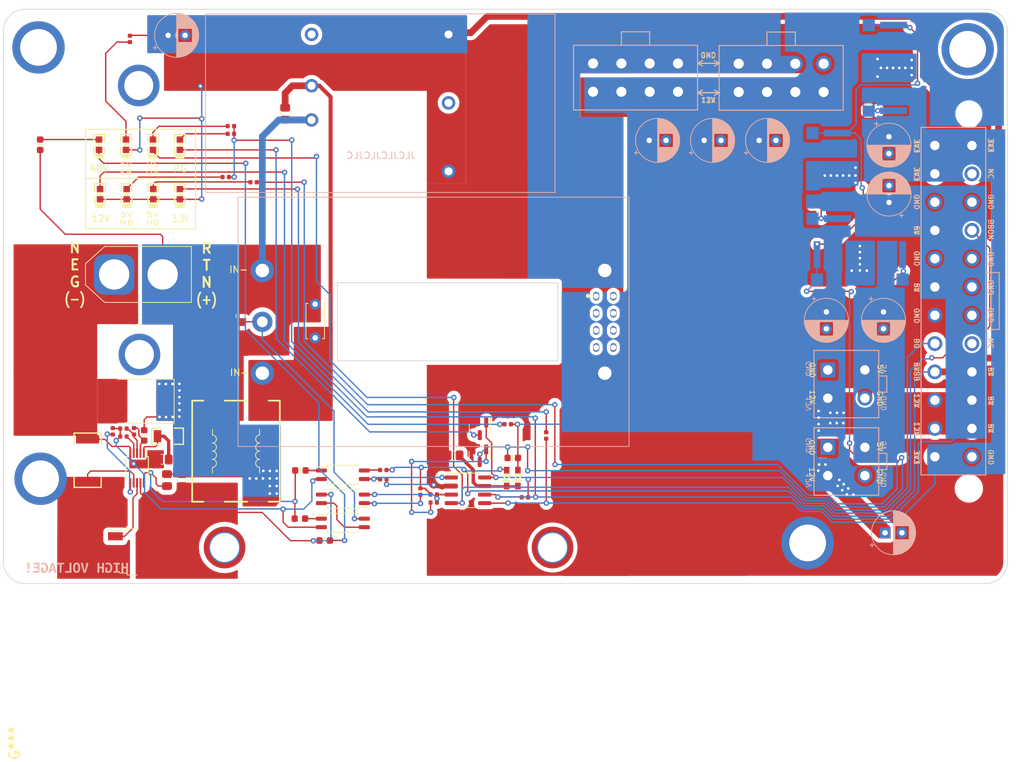
<source format=kicad_pcb>
(kicad_pcb (version 20211014) (generator pcbnew)
  (layers (0 "F.Cu" signal) (31 "B.Cu" signal) (34 "B.Paste" user) (35 "F.Paste" user) (36 "B.SilkS" user "B.Silkscreen") (37 "F.SilkS" user "F.Silkscreen") (38 "B.Mask" user) (39 "F.Mask" user) (44 "Edge.Cuts" user))
  (net 0 "")
  (net 1 "GND2")
  (net 2 "I2C_SCL")
  (net 3 "I2C_SDA")
  (net 4 "GNDS")
  (net 5 "PMBus_CTL")
  (net 6 "PMBus_ALT")
  (net 7 "+12V")
  (net 8 "Net-(D4-Pad2)")
  (net 9 "Net-(D5-Pad2)")
  (net 10 "Net-(C6-Pad1)")
  (net 11 "/+5VSB")
  (net 12 "Net-(Q2-Pad1)")
  (net 13 "Net-(Q2-Pad3)")
  (net 14 "GND1")
  (net 15 "/FPO")
  (net 16 "Net-(R5-Pad2)")
  (net 17 "Net-(R11-Pad1)")
  (net 18 "+5VD")
  (net 19 "/PGOOD")
  (net 20 "Net-(R25-Pad2)")
  (net 21 "Net-(R26-Pad2)")
  (net 22 "Net-(R27-Pad2)")
  (net 24 "/PG_HV")
  (net 25 "/PSON")
  (net 26 "+3.3V")
  (net 27 "+5VA")
  (net 30 "/DCDC_EN")
  (net 31 "Net-(D1-Pad2)")
  (net 32 "Net-(D8-Pad2)")
  (net 33 "Net-(D9-Pad2)")
  (net 34 "Net-(D10-Pad2)")
  (net 37 "/NEG_FIL")
  (net 38 "/RTN_FIL")
  (net 39 "/RTN")
  (net 40 "Net-(R19-Pad1)")
  (net 41 "Net-(D11-Pad1)")
  (net 42 "Net-(D11-Pad2)")
  (net 43 "Net-(D12-Pad2)")
  (net 44 "Net-(D4-Pad1)")
  (net 45 "Net-(C2-Pad1)")
  (net 46 "VEE")
  (net 47 "Net-(C3-Pad2)")
  (net 48 "Net-(R10-Pad2)")
  (net 49 "Net-(R20-Pad2)")
  (net 50 "Net-(R21-Pad2)")
  (net 51 "Net-(R16-Pad1)")
  (net 52 "Net-(Q5-Pad1)")
  (net 53 "Net-(R17-Pad1)")
  (net 54 "Net-(U3-Pad3)")
  (net 55 "/GATE")
  (footprint "lc:0402_R" (layer "F.Cu") (at 103.9 113.92)
    (fp_text reference "R10" hide)
    (fp_text value "56k")
  )
  (footprint "lc:0603_LED_S1_NUM" (layer "F.Cu") (at 100.43238 77.95 90)
    (fp_text reference "D8" hide)
    (fp_text value "Green")
  )
  (footprint "lc:1206_R" (layer "F.Cu") (at 110.44 113.88 180)
    (fp_text reference "R12" hide)
    (fp_text value "10k")
  )
  (footprint "lc:0603_R" (layer "F.Cu") (at 133.75 129.36)
    (fp_text reference "R9" hide)
    (fp_text value "68k")
  )
  (footprint "lc:0402_R" (layer "F.Cu") (at 142.44 118.9 180)
    (fp_text reference "R21" hide)
    (fp_text value "10k")
  )
  (footprint "lc:0402_R" (layer "F.Cu") (at 105.47 113.14 -90)
    (fp_text reference "R6" hide)
    (fp_text value "4.7k")
  )
  (footprint "lc:0402_R" (layer "F.Cu") (at 103.895 112.74 180)
    (fp_text reference "R11" hide)
    (fp_text value "4.7k")
  )
  (footprint "lc:0603_LED_S1_NUM" (layer "F.Cu") (at 104.38 77.95 90)
    (fp_text reference "D9" hide)
    (fp_text value "Green")
  )
  (footprint "Connector_AMASS:AMASS_XT60-M_1x02_P7.20mm_Vertical" (layer "F.Cu") (at 102.52 89.87)
    (fp_text reference "J1" hide)
    (fp_text value "XT60")
  )
  (footprint "lc:0402_C" (layer "F.Cu") (at 102.32 113.15 90)
    (fp_text reference "C2" hide)
    (fp_text value "470nF")
  )
  (footprint "LOGO" (layer "F.Cu") (at 87.75 159.45 -90)
    (fp_text reference "G***")
    (fp_text value "LOGO" hide)
  )
  (footprint "Diode_SMD:D_SMC" (layer "F.Cu") (at 106.62 108.69 180)
    (fp_text reference "D13" hide)
    (fp_text value "SMCJ70A")
  )
  (footprint "t123yh:MountingHole_SMTSO-M3" (layer "F.Cu") (at 118.9 130.4)
    (fp_text reference "H9" hide)
    (fp_text value "SMTSO-M3")
  )
  (footprint "lc:0402_R" (layer "F.Cu") (at 104.86 54.905 90)
    (fp_text reference "R22" hide)
    (fp_text value "10k")
  )
  (footprint "lc:0603_R" (layer "F.Cu") (at 130.15 118.96 180)
    (fp_text reference "R17" hide)
    (fp_text value "1k")
  )
  (footprint "lc:0402_R" (layer "F.Cu") (at 163.45 122.95)
    (fp_text reference "R23" hide)
    (fp_text value "22k")
  )
  (footprint "lc:0402_R" (layer "F.Cu") (at 160.91 112.1)
    (fp_text reference "R1" hide)
    (fp_text value "200k")
  )
  (footprint "Package_SO:SOIC-8_3.9x4.9mm_P1.27mm" (layer "F.Cu") (at 155.01 121.91)
    (fp_text reference "U7" hide)
    (fp_text value "TPS3510")
  )
  (footprint "lc:0805_C" (layer "F.Cu") (at 112.59 120.39 -90)
    (fp_text reference "C14" hide)
    (fp_text value "100nF/100V")
  )
  (footprint "lc:0603_LED_S1_NUM" (layer "F.Cu") (at 108.32762 77.95 90)
    (fp_text reference "D10" hide)
    (fp_text value "Green")
  )
  (footprint "lc:0402_R" (layer "F.Cu") (at 123.205 76.18)
    (fp_text reference "R4" hide)
    (fp_text value "56k")
  )
  (footprint "Package_SO:SOP-4_4.4x2.6mm_P1.27mm" (layer "F.Cu") (at 136.45 123.175 180)
    (fp_text reference "U4" hide)
    (fp_text value "EL3H7(B)(TA)-G")
  )
  (footprint "lc:0603_R" (layer "F.Cu") (at 214.38 64.77 -90)
    (fp_text reference "R25" hide)
    (fp_text value "390")
  )
  (footprint "Package_TO_SOT_SMD:TO-252-2" (layer "F.Cu") (at 106.91 131.01)
    (fp_text reference "Q2" hide)
    (fp_text value "KIA3510AD")
  )
  (footprint "lc:0603_LED_S1_NUM" (layer "F.Cu") (at 112.27862 70.6117 90)
    (fp_text reference "D11" hide)
    (fp_text value "Blue")
  )
  (footprint "lc:0603_LED_S1_NUM" (layer "F.Cu") (at 100.27862 70.6117 90)
    (fp_text reference "D4" hide)
    (fp_text value "Yellow")
  )
  (footprint "lc:0805_C" (layer "F.Cu") (at 121.36 96.05 90)
    (fp_text reference "C4" hide)
    (fp_text value "100nF/100V")
  )
  (footprint "Package_SO:SOP-4_4.4x2.6mm_P1.27mm" (layer "F.Cu") (at 136.45 126.75)
    (fp_text reference "U3" hide)
    (fp_text value "EL3H7(B)(TA)-G")
  )
  (footprint "lc:0805_C" (layer "F.Cu") (at 109.72 117.33)
    (fp_text reference "C3" hide)
    (fp_text value "100nF")
  )
  (footprint "Capacitor_THT:C_Disc_D5.0mm_W2.5mm_P5.00mm" (layer "F.Cu") (at 132.34 99.28 90)
    (fp_text reference "C1" hide)
    (fp_text value "400uF/100V")
  )
  (footprint "lc:0402_R" (layer "F.Cu") (at 119.84 67.85)
    (fp_text reference "R8" hide)
    (fp_text value "6.8k")
  )
  (footprint "lc:0402_R" (layer "F.Cu") (at 166.61 113.77 -90)
    (fp_text reference "R2" hide)
    (fp_text value "22k")
  )
  (footprint "lc:0805_C" (layer "F.Cu") (at 106.38 96.49 180)
    (fp_text reference "C11" hide)
    (fp_text value "100nF/100V")
  )
  (footprint "lc:0805_C" (layer "F.Cu") (at 127.89 66.01 -90)
    (fp_text reference "C5" hide)
    (fp_text value "100nF/100V")
  )
  (footprint "lc:0603_R" (layer "F.Cu") (at 106.98 113.76 -90)
    (fp_text reference "R5" hide)
    (fp_text value "130k")
  )
  (footprint "lc:0402_R" (layer "F.Cu") (at 142.45 120.28)
    (fp_text reference "R19" hide)
    (fp_text value "22k")
  )
  (footprint "lc:0805_R" (layer "F.Cu") (at 110.36 120.39 90)
    (fp_text reference "R13" hide)
    (fp_text value "27k")
  )
  (footprint "alex's:Quarter-Brick-PMBus" (layer "F.Cu") (at 149.9 96.9)
    (fp_text reference "U1" hide)
    (fp_text value "Brick-DCDC")
  )
  (footprint "t123yh:MountingHole_SMTSO-M3" (layer "F.Cu") (at 167.55 130.4)
    (fp_text reference "H8" hide)
    (fp_text value "SMTSO-M3")
  )
  (footprint "lc:0402_R" (layer "F.Cu") (at 147.95 122.1 -90)
    (fp_text reference "R20" hide)
    (fp_text value "3.3k")
  )
  (footprint "lc:0603_LED_S1_NUM" (layer "F.Cu") (at 104.27862 70.6117 90)
    (fp_text reference "D5" hide)
    (fp_text value "Yellow")
  )
  (footprint "lc:0603_LED_S1_NUM" (layer "F.Cu") (at 108.27862 70.6117 90)
    (fp_text reference "D12" hide)
    (fp_text value "Blue")
  )
  (footprint "Package_SO:MSOP-10_3x3mm_P0.5mm" (layer "F.Cu") (at 105.92 118.6 -90)
    (fp_text reference "U2" hide)
    (fp_text value "LM5067")
  )
  (footprint "lc:SOD-323" (layer "F.Cu") (at 162.41 120.1 90)
    (fp_text reference "D6" hide)
    (fp_text value "1N5819WS")
  )
  (footprint "lc:0603_R" (layer "F.Cu") (at 91.55 70.62 -90)
    (fp_text reference "R14" hide)
    (fp_text value "68k")
  )
  (footprint "lc:0402_R" (layer "F.Cu") (at 119.08 75.42)
    (fp_text reference "R3" hide)
    (fp_text value "56k")
  )
  (footprint "lc:0603_LED_S1_NUM" (layer "F.Cu") (at 112.27524 77.95 90)
    (fp_text reference "D1" hide)
    (fp_text value "Green")
  )
  (footprint "lc:2512_R" (layer "F.Cu") (at 98.59 117.44 90)
    (fp_text reference "R15" hide)
    (fp_text value "4m")
  )
  (footprint "Package_SO:SOP-4_4.4x2.6mm_P1.27mm" (layer "F.Cu") (at 136.45 119.6)
    (fp_text reference "U6" hide)
    (fp_text value "EL3H7(B)(TA)-G")
  )
  (footprint "lc:0402_R" (layer "F.Cu") (at 149.92 122.53)
    (fp_text reference "R18" hide)
    (fp_text value "5.1k")
  )
  (footprint "Package_TO_SOT_SMD:SOT-23" (layer "F.Cu") (at 156.75 116.78 -90)
    (fp_text reference "Q5" hide)
    (fp_text value "2N7002")
  )
  (footprint "t123yh:ACM1513" (layer "F.Cu") (at 120.6 116.1 90)
    (fp_text reference "FL1" hide)
    (fp_text value "ACM1513F-551T100")
  )
  (footprint "lc:0402_R" (layer "F.Cu") (at 119.84 68.99)
    (fp_text reference "R7" hide)
    (fp_text value "6.8k")
  )
  (footprint "lc:0402_R" (layer "F.Cu") (at 149.93 123.72)
    (fp_text reference "R28" hide)
    (fp_text value "100k")
  )
  (footprint "lc:0805_C" (layer "F.Cu") (at 152.87 116.72 180)
    (fp_text reference "C6" hide)
    (fp_text value "100nF/100V")
  )
  (footprint "lc:0402_R" (layer "F.Cu") (at 206.12 79.06 -90)
    (fp_text reference "R26" hide)
    (fp_text value "100")
  )
  (footprint "lc:0603_R" (layer "F.Cu") (at 130.07 126.11 180)
    (fp_text reference "R16" hide)
    (fp_text value "1k")
  )
  (footprint "Package_TO_SOT_SMD:SOT-23" (layer "F.Cu") (at 156.76 112.78 -90)
    (fp_text reference "Q6" hide)
    (fp_text value "2N7002")
  )
  (footprint "lc:0603_R" (layer "F.Cu") (at 161.65 117.1)
    (fp_text reference "R24" hide)
    (fp_text value "10k")
  )
  (footprint "LOGO" (layer "F.Cu") (at 160.6 93.1 90)
    (fp_text reference "G***" hide)
    (fp_text value "LOGO" hide)
  )
  (footprint "lc:0402_R" (layer "F.Cu") (at 217.02 90.72)
    (fp_text reference "R27" hide)
    (fp_text value "100")
  )
  (footprint "lc:SOD-323" (layer "F.Cu") (at 160.75 120.1 90)
    (fp_text reference "D7" hide)
    (fp_text value "1N5819WS")
  )
  (footprint "Capacitor_THT:CP_Radial_D6.3mm_P2.50mm" (layer "B.Cu") (at 217.46 79.18238 90)
    (fp_text reference "C16" hide)
    (fp_text value "470uF/25V")
  )
  (footprint "Capacitor_THT:CP_Radial_D6.3mm_P2.50mm" (layer "B.Cu") (at 110.54 54.38)
    (fp_text reference "C9" hide)
    (fp_text value "470uF/25V")
  )
  (footprint "t123yh:AV10-48Sxx" (layer "B.Cu") (at 141.95 64.3)
    (fp_text reference "U5" hide)
    (fp_text value "AV10-48S05")
  )
  (footprint "Capacitor_THT:CP_Radial_D6.3mm_P2.50mm" (layer "B.Cu") (at 181.89 69.97)
    (fp_text reference "C10" hide)
    (fp_text value "470uF/25V")
  )
  (footprint "t123yh:ZXDN10" (layer "B.Cu") (at 206.773 90.6185)
    (fp_text reference "U10" hide)
    (fp_text value "ZXDN10")
  )
  (footprint "t123yh:MountingHole_SMTSO-632" (layer "B.Cu") (at 205.39 129.72 180)
    (fp_text reference "H7" hide)
    (fp_text value "SMTSO-632")
  )
  (footprint "Capacitor_THT:CP_Radial_D6.3mm_P2.50mm" (layer "B.Cu") (at 190.03881 69.97)
    (fp_text reference "C8" hide)
    (fp_text value "470uF/25V")
  )
  (footprint "t123yh:MountingHole_SMTSO-632" (layer "B.Cu") (at 91.3 56.17 180)
    (fp_text reference "H6" hide)
    (fp_text value "SMTSO-632")
  )
  (footprint "Capacitor_THT:CP_Radial_D6.3mm_P2.50mm" (layer "B.Cu") (at 198.187621 69.97)
    (fp_text reference "C7" hide)
    (fp_text value "470uF/25V")
  )
  (footprint "Capacitor_THT:CP_Radial_D6.3mm_P2.50mm" (layer "B.Cu") (at 216.88 128.21)
    (fp_text reference "C13" hide)
    (fp_text value "470uF/25V")
  )
  (footprint "t123yh:ZXDN10" (layer "B.Cu") (at 214.4515 52.863 -90)
    (fp_text reference "U8" hide)
    (fp_text value "ZXDN10")
  )
  (footprint "t123yh:ATX-8P-Square" (layer "B.Cu") (at 201.46 60.69 180)
    (fp_text reference "J_CPU1" hide)
    (fp_text value "Conn_02x04_Top_Bottom")
  )
  (footprint "t123yh:ATX-24P" (layer "B.Cu") (at 227.01 93.83 90)
    (fp_text reference "J2" hide)
    (fp_text value "ATX-24")
  )
  (footprint "t123yh:ATX-4P" (layer "B.Cu") (at 211.13 106.14 90)
    (fp_text reference "J3" hide)
    (fp_text value "Conn_02x02_Top_Bottom")
  )
  (footprint "Capacitor_THT:CP_Radial_D6.3mm_P2.50mm" (layer "B.Cu") (at 208.17 95.427621 -90)
    (fp_text reference "C12" hide)
    (fp_text value "470uF/25V")
  )
  (footprint "t123yh:ATX-8P-Square" (layer "B.Cu") (at 179.86 60.65 180)
    (fp_text reference "J_CPU2" hide)
    (fp_text value "Conn_02x04_Top_Bottom")
  )
  (footprint "kibuzzard-62760563" (layer "B.Cu") (at 97.1 133.4 180)
    (fp_text reference "kibuzzard-62760563" hide)
    (fp_text value "G***" hide)
  )
  (footprint "Capacitor_THT:CP_Radial_D6.3mm_P2.50mm" (layer "B.Cu") (at 217.45 69.427621 -90)
    (fp_text reference "C15" hide)
    (fp_text value "470uF/25V")
  )
  (footprint "t123yh:ATX-4P" (layer "B.Cu") (at 211.13 117.63 90)
    (fp_text reference "J4" hide)
    (fp_text value "Conn_02x02_Top_Bottom")
  )
  (footprint "t123yh:MountingHole_SMTSO-632" (layer "B.Cu") (at 229.13 56.45 180)
    (fp_text reference "H4" hide)
    (fp_text value "SMTSO-632")
  )
  (footprint "t123yh:ZXDN10" (layer "B.Cu") (at 206.1095 68.883 -90)
    (fp_text reference "U9" hide)
    (fp_text value "ZXDN10")
  )
  (footprint "t123yh:MountingHole_SMTSO-M3" (layer "B.Cu") (at 106.17 61.82 180)
    (fp_text reference "H3" hide)
    (fp_text value "SMTSO-M3")
  )
  (footprint "t123yh:MountingHole_SMTSO-M3" (layer "B.Cu") (at 106.27 101.75 180)
    (fp_text reference "H2" hide)
    (fp_text value "SMTSO-M3")
  )
  (footprint "Capacitor_THT:CP_Radial_D6.3mm_P2.50mm" (layer "B.Cu") (at 216.64 95.427621 -90)
    (fp_text reference "C17" hide)
    (fp_text value "470uF/25V")
  )
  (footprint "t123yh:MountingHole_SMTSO-632" (layer "B.Cu") (at 91.61 120.19 180)
    (fp_text reference "H5" hide)
    (fp_text value "SMTSO-632")
  )
  (gr_line (start 192.259999 58.53) (end 191.56 58.930001) (layer "B.SilkS") (width 0.15))
  (gr_line (start 189.070001 58.540001) (end 189.77 58.940001) (layer "B.SilkS") (width 0.15))
  (gr_line (start 189.070001 62.9) (end 189.77 63.3) (layer "B.SilkS") (width 0.15))
  (gr_line (start 189.77 58.14) (end 189.070001 58.540001) (layer "B.SilkS") (width 0.15))
  (gr_line (start 192.259999 58.53) (end 189.08 58.53) (layer "B.SilkS") (width 0.15))
  (gr_line (start 192.259999 62.899999) (end 189.070001 62.9) (layer "B.SilkS") (width 0.15))
  (gr_line (start 191.56 58.13) (end 192.259999 58.53) (layer "B.SilkS") (width 0.15))
  (gr_line (start 192.259999 62.899999) (end 191.56 63.3) (layer "B.SilkS") (width 0.15))
  (gr_line (start 189.77 62.499999) (end 189.070001 62.9) (layer "B.SilkS") (width 0.15))
  (gr_line (start 191.56 62.499999) (end 192.259999 62.899999) (layer "B.SilkS") (width 0.15))
  (gr_rect (start 98.290952 68.32) (end 114.590952 83.1) (layer "F.SilkS") (width 0.15) (fill none))
  (gr_line (start 189.080002 62.89) (end 189.780001 62.49) (layer "F.SilkS") (width 0.15))
  (gr_line (start 191.570001 63.290001) (end 192.27 62.890001) (layer "F.SilkS") (width 0.15))
  (gr_line (start 192.27 62.890001) (end 189.080002 62.89) (layer "F.SilkS") (width 0.15))
  (gr_line (start 192.260001 58.520001) (end 189.080002 58.520001) (layer "F.SilkS") (width 0.15))
  (gr_line (start 192.27 58.530002) (end 191.570001 58.130001) (layer "F.SilkS") (width 0.15))
  (gr_line (start 192.27 62.890001) (end 191.570001 62.49) (layer "F.SilkS") (width 0.15))
  (gr_line (start 189.080002 58.520001) (end 189.780001 58.120001) (layer "F.SilkS") (width 0.15))
  (gr_line (start 189.780001 63.290001) (end 189.080002 62.89) (layer "F.SilkS") (width 0.15))
  (gr_line (start 189.780001 58.920002) (end 189.080002 58.520001) (layer "F.SilkS") (width 0.15))
  (gr_line (start 98.23762 75.6) (end 114.53762 75.6) (layer "F.SilkS") (width 0.15))
  (gr_line (start 191.570001 58.930002) (end 192.27 58.530002) (layer "F.SilkS") (width 0.15))
  (gr_arc (start 231.785969 50.5) (mid 234.058641 51.441359) (end 235 53.714031) (layer "Edge.Cuts") (width 0.1))
  (gr_line (start 168.34 102.68) (end 168.34 91.1) (layer "Edge.Cuts") (width 0.1))
  (gr_line (start 89.314031 135.741368) (end 231.8 135.741368) (layer "Edge.Cuts") (width 0.1))
  (gr_line (start 168.34 91.1) (end 135.64 91.08) (layer "Edge.Cuts") (width 0.1))
  (gr_line (start 235.014031 132.527337) (end 235 53.714031) (layer "Edge.Cuts") (width 0.1))
  (gr_arc (start 86.1 53.714031) (mid 87.041357 51.441348) (end 89.314031 50.5) (layer "Edge.Cuts") (width 0.1))
  (gr_line (start 86.1 53.714031) (end 86.1 132.527337) (layer "Edge.Cuts") (width 0.1))
  (gr_line (start 135.64 91.08) (end 135.64 102.68) (layer "Edge.Cuts") (width 0.1))
  (gr_line (start 231.785969 50.5) (end 89.314031 50.5) (layer "Edge.Cuts") (width 0.1))
  (gr_line (start 135.64 102.68) (end 168.34 102.68) (layer "Edge.Cuts") (width 0.1))
  (gr_arc (start 89.314031 135.741368) (mid 87.041335 134.800013) (end 86.1 132.527337) (layer "Edge.Cuts") (width 0.1))
  (gr_arc (start 235.014031 132.527337) (mid 234.07265 134.799976) (end 231.8 135.741368) (layer "Edge.Cuts") (width 0.1))
  (gr_text "GND" (at 205.57 115.24 90) (layer "B.SilkS") (effects (font (size 0.75 0.75) (thickness 0.12)) (justify mirror)))
  (gr_text "JLCJLCJLCJLC" (at 142.12 72.21) (layer "B.SilkS") (effects (font (size 1 1) (thickness 0.12)) (justify mirror)))
  (gr_text "12V" (at 205.57 120.45 90) (layer "B.SilkS") (effects (font (size 0.75 0.75) (thickness 0.12)) (justify mirror)))
  (gr_text "GND" (at 232.62 117 90) (layer "B.SilkS") (effects (font (size 0.75 0.75) (thickness 0.12)) (justify mirror)))
  (gr_text "5V" (at 232.62 104.3 90) (layer "B.SilkS") (effects (font (size 0.75 0.75) (thickness 0.12)) (justify mirror)))
  (gr_text "5V" (at 221.63 83.3 90) (layer "B.SilkS") (effects (font (size 0.75 0.75) (thickness 0.12)) (justify mirror)))
  (gr_text "GND" (at 232.62 79.1 90) (layer "B.SilkS") (effects (font (size 0.75 0.75) (thickness 0.12)) (justify mirror)))
  (gr_text "3V3" (at 221.63 70.8 90) (layer "B.SilkS") (effects (font (size 0.75 0.75) (thickness 0.12)) (justify mirror)))
  (gr_text "PSON" (at 232.62 83.2 90) (layer "B.SilkS") (effects (font (size 0.75 0.75) (thickness 0.12)) (justify mirror)))
  (gr_text "GND" (at 232.62 87.6 90) (layer "B.SilkS") (effects (font (size 0.75 0.75) (thickness 0.12)) (justify mirror)))
  (gr_text "GND" (at 232.62 91.8 90) (layer "B.SilkS") (effects (font (size 0.75 0.75) (thickness 0.12)) (justify mirror)))
  (gr_text "12V" (at 190.69 63.99 180) (layer "B.SilkS") (effects (font (size 0.75 0.75) (thickness 0.12)) (justify mirror)))
  (gr_text "GND" (at 221.63 96 90) (layer "B.SilkS") (effects (font (size 0.75 0.75) (thickness 0.12)) (justify mirror)))
  (gr_text "12V" (at 205.57 109.08 90) (layer "B.SilkS") (effects (font (size 0.75 0.75) (thickness 0.12)) (justify mirror)))
  (gr_text "5V" (at 221.63 91.8 90) (layer "B.SilkS") (effects (font (size 0.75 0.75) (thickness 0.12)) (justify mirror)))
  (gr_text "5VSB" (at 221.63 104.3 90) (layer "B.SilkS") (effects (font (size 0.75 0.75) (thickness 0.12)) (justify mirror)))
  (gr_text "GND" (at 190.65 57.33 180) (layer "B.SilkS") (effects (font (size 0.75 0.75) (thickness 0.12)) (justify mirror)))
  (gr_text "12V" (at 221.63 112.8 90) (layer "B.SilkS") (effects (font (size 0.75 0.75) (thickness 0.12)) (justify mirror)))
  (gr_text "GND" (at 216.7 108.96 90) (layer "B.SilkS") (effects (font (size 0.75 0.75) (thickness 0.12)) (justify mirror)))
  (gr_text "GND" (at 205.57 103.87 90) (layer "B.SilkS") (effects (font (size 0.75 0.75) (thickness 0.12)) (justify mirror)))
  (gr_text "PG" (at 221.63 100.1 90) (layer "B.SilkS") (effects (font (size 0.75 0.75) (thickness 0.12)) (justify mirror)))
  (gr_text "3V3" (at 221.63 75 90) (layer "B.SilkS") (effects (font (size 0.75 0.75) (thickness 0.12)) (justify mirror)))
  (gr_text "5V" (at 232.62 108.6 90) (layer "B.SilkS") (effects (font (size 0.75 0.75) (thickness 0.12)) (justify mirror)))
  (gr_text "GND" (at 221.63 79.1 90) (layer "B.SilkS") (effects (font (size 0.75 0.75) (thickness 0.12)) (justify mirror)))
  (gr_text "GND" (at 221.63 87.5 90) (layer "B.SilkS") (effects (font (size 0.75 0.75) (thickness 0.12)) (justify mirror)))
  (gr_text "NC" (at 232.62 74.9 90) (layer "B.SilkS") (effects (font (size 0.75 0.75) (thickness 0.12)) (justify mirror)))
  (gr_text "3V3" (at 221.63 117 90) (layer "B.SilkS") (effects (font (size 0.75 0.75) (thickness 0.12)) (justify mirror)))
  (gr_text "GND" (at 232.62 95.9 90) (layer "B.SilkS") (effects (font (size 0.75 0.75) (thickness 0.12)) (justify mirror)))
  (gr_text "5V" (at 216.69 115.23 90) (layer "B.SilkS") (effects (font (size 0.75 0.75) (thickness 0.12)) (justify mirror)))
  (gr_text "GND" (at 216.69 120.33 90) (layer "B.SilkS") (effects (font (size 0.75 0.75) (thickness 0.12)) (justify mirror)))
  (gr_text "12V" (at 221.63 108.6 90) (layer "B.SilkS") (effects (font (size 0.75 0.75) (thickness 0.12)) (justify mirror)))
  (gr_text "5V" (at 216.7 103.86 90) (layer "B.SilkS") (effects (font (size 0.75 0.75) (thickness 0.12)) (justify mirror)))
  (gr_text "NC" (at 232.62 100.1 90) (layer "B.SilkS") (effects (font (size 0.75 0.75) (thickness 0.12)) (justify mirror)))
  (gr_text "5V" (at 232.62 112.7 90) (layer "B.SilkS") (effects (font (size 0.75 0.75) (thickness 0.12)) (justify mirror)))
  (gr_text "3V3" (at 232.62 70.7 90) (layer "B.SilkS") (effects (font (size 0.75 0.75) (thickness 0.12)) (justify mirror)))
  (gr_text "12V" (at 221.55 112.8 -90) (layer "F.SilkS") (effects (font (size 0.75 0.75) (thickness 0.12))))
  (gr_text "GND" (at 232.55 95.9 -90) (layer "F.SilkS") (effects (font (size 0.75 0.75) (thickness 0.12))))
  (gr_text "G" (at 96.69 90.97) (layer "F.SilkS") (effects (font (size 1.5 1.5) (thickness 0.3))))
  (gr_text "3.3V" (at 112.357619 81.6) (layer "F.SilkS") (effects (font (size 1 0.75) (thickness 0.12))))
  (gr_text "5V" (at 221.55 83.3 -90) (layer "F.SilkS") (effects (font (size 0.75 0.75) (thickness 0.12))))
  (gr_text "12V" (at 221.55 108.6 -90) (layer "F.SilkS") (effects (font (size 0.75 0.75) (thickness 0.12))))
  (gr_text "12V" (at 190.650001 63.980001) (layer "F.SilkS") (effects (font (size 0.75 0.75) (thickness 0.12))))
  (gr_text "5V" (at 232.55 112.7 -90) (layer "F.SilkS") (effects (font (size 0.75 0.75) (thickness 0.12))))
  (gr_text "GND" (at 232.55 91.8 -90) (layer "F.SilkS") (effects (font (size 0.75 0.75) (thickness 0.12))))
  (gr_text "12V" (at 206.02 119.55 -90) (layer "F.SilkS") (effects (font (size 0.75 0.75) (thickness 0.12))))
  (gr_text "PS\nON" (at 108.24862 74.1417) (layer "F.SilkS") (effects (font (size 0.75 1) (thickness 0.12))))
  (gr_text "NC" (at 232.55 74.9 -90) (layer "F.SilkS") (effects (font (size 0.75 0.75) (thickness 0.12))))
  (gr_text "PSON" (at 232.55 83.2 -90) (layer "F.SilkS") (effects (font (size 0.75 0.75) (thickness 0.12))))
  (gr_text "GND" (at 206.02 115.55 -90) (layer "F.SilkS") (effects (font (size 0.75 0.75) (thickness 0.12))))
  (gr_text "48V" (at 100.30862 74.1417) (layer "F.SilkS") (effects (font (size 1 1))))
  (gr_text "3V3" (at 221.55 75 -90) (layer "F.SilkS") (effects (font (size 0.75 0.75) (thickness 0.12))))
  (gr_text "GND" (at 221.55 96 -90) (layer "F.SilkS") (effects (font (size 0.75 0.75) (thickness 0.12))))
  (gr_text "12V" (at 206.06 108.05 -90) (layer "F.SilkS") (effects (font (size 0.75 0.75) (thickness 0.12))))
  (gr_text "GND" (at 221.55 87.5 -90) (layer "F.SilkS") (effects (font (size 0.75 0.75) (thickness 0.12))))
  (gr_text "(-)" (at 96.69 93.496666) (layer "F.SilkS") (effects (font (size 1.5 1.2) (thickness 0.25))))
  (gr_text "GND" (at 232.55 117 -90) (layer "F.SilkS") (effects (font (size 0.75 0.75) (thickness 0.12))))
  (gr_text "3V3" (at 221.55 70.8 -90) (layer "F.SilkS") (effects (font (size 0.75 0.75) (thickness 0.12))))
  (gr_text "(+)" (at 116.24 93.57) (layer "F.SilkS") (effects (font (size 1.5 1.2) (thickness 0.25))))
  (gr_text "5VSB" (at 221.55 104.3 -90) (layer "F.SilkS") (effects (font (size 0.75 0.75) (thickness 0.12))))
  (gr_text "E" (at 96.69 88.443334) (layer "F.SilkS") (effects (font (size 1.5 1.5) (thickness 0.3))))
  (gr_text "5V" (at 216.14 103.94 -90) (layer "F.SilkS") (effects (font (size 0.75 0.75) (thickness 0.12))))
  (gr_text "GND" (at 216.04 119.81 -90) (layer "F.SilkS") (effects (font (size 0.75 0.75) (thickness 0.12))))
  (gr_text "NC" (at 232.55 100.1 -90) (layer "F.SilkS") (effects (font (size 0.75 0.75) (thickness 0.12))))
  (gr_text "GND" (at 232.55 87.6 -90) (layer "F.SilkS") (effects (font (size 0.75 0.75) (thickness 0.12))))
  (gr_text "5V" (at 232.55 104.3 -90) (layer "F.SilkS") (effects (font (size 0.75 0.75) (thickness 0.12))))
  (gr_text "PG" (at 112.32862 74.1417) (layer "F.SilkS") (effects (font (size 1 1))))
  (gr_text "12V" (at 100.55762 81.6) (layer "F.SilkS") (effects (font (size 1 1))))
  (gr_text "GND" (at 206.06 104.05 -90) (layer "F.SilkS") (effects (font (size 0.75 0.75) (thickness 0.12))))
  (gr_text "3V3" (at 232.55 70.7 -90) (layer "F.SilkS") (effects (font (size 0.75 0.75) (thickness 0.12))))
  (gr_text "5V" (at 221.55 91.8 -90) (layer "F.SilkS") (effects (font (size 0.75 0.75) (thickness 0.12))))
  (gr_text "R" (at 116.24 85.990002) (layer "F.SilkS") (effects (font (size 1.5 1.5) (thickness 0.3))))
  (gr_text "5V\nMB" (at 104.35762 81.6) (layer "F.SilkS") (effects (font (size 0.75 1) (thickness 0.12))))
  (gr_text "5V" (at 216.09 115.46 -90) (layer "F.SilkS") (effects (font (size 0.75 0.75) (thickness 0.12))))
  (gr_text "GND" (at 221.55 79.1 -90) (layer "F.SilkS") (effects (font (size 0.75 0.75) (thickness 0.12))))
  (gr_text "GND" (at 190.650001 57.320001) (layer "F.SilkS") (effects (font (size 0.75 0.75) (thickness 0.12))))
  (gr_text "5V" (at 232.55 108.6 -90) (layer "F.SilkS") (effects (font (size 0.75 0.75) (thickness 0.12))))
  (gr_text "5V\nHD" (at 108.240952 81.6) (layer "F.SilkS") (effects (font (size 0.75 1) (thickness 0.12))))
  (gr_text "PG" (at 221.55 100.1 -90) (layer "F.SilkS") (effects (font (size 0.75 0.75) (thickness 0.12))))
  (gr_text "N" (at 116.24 91.043334) (layer "F.SilkS") (effects (font (size 1.5 1.5) (thickness 0.3))))
  (gr_text "3V3" (at 221.55 117 -90) (layer "F.SilkS") (effects (font (size 0.75 0.75) (thickness 0.12))))
  (gr_text "GND" (at 216.09 108.29 -90) (layer "F.SilkS") (effects (font (size 0.75 0.75) (thickness 0.12))))
  (gr_text "GND" (at 232.55 79.1 -90) (layer "F.SilkS") (effects (font (size 0.75 0.75) (thickness 0.12))))
  (gr_text "5V\nSB" (at 104.275288 74.1417) (layer "F.SilkS") (effects (font (size 0.75 1) (thickness 0.12))))
  (gr_text "N" (at 96.69 85.916668) (layer "F.SilkS") (effects (font (size 1.5 1.5) (thickness 0.3))))
  (gr_text "T" (at 116.24 88.516668) (layer "F.SilkS") (effects (font (size 1.5 1.5) (thickness 0.3))))
  (segment (start 106.33 66.67) (end 115.41 66.67) (width 0.2) (layer "F.Cu") (net 1))
  (segment (start 208.38 115.53) (end 212.65 119.8) (width 2) (layer "F.Cu") (net 1))
  (segment (start 212.65 119.8) (end 213.81 119.8) (width 2) (layer "F.Cu") (net 1))
  (segment (start 215.58 90.72) (end 214.17 89.31) (width 0.2) (layer "F.Cu") (net 1))
  (segment (start 214.38 59.27) (end 215.75 57.9) (width 0.2) (layer "F.Cu") (net 1))
  (segment (start 214.38 64) (end 214.38 59.27) (width 0.2) (layer "F.Cu") (net 1))
  (segment (start 142.925 120.28) (end 142.925 121.025) (width 0.2) (layer "F.Cu") (net 1))
  (segment (start 100.43238 78.72) (end 112.27524 78.72) (width 0.2) (layer "F.Cu") (net 1))
  (segment (start 112.27524 78.72) (end 113.8 78.72) (width 0.2) (layer "F.Cu") (net 1))
  (segment (start 216.545 90.72) (end 215.58 90.72) (width 0.2) (layer "F.Cu") (net 1))
  (segment (start 115.41 66.67) (end 115.51 66.77) (width 0.2) (layer "F.Cu") (net 1))
  (segment (start 115.46 78.72) (end 115.51 78.67) (width 0.2) (layer "F.Cu") (net 1))
  (segment (start 213.81 119.8) (end 213.88 119.73) (width 2) (layer "F.Cu") (net 1))
  (segment (start 142.925 121.025) (end 142.93 121.03) (width 0.2) (layer "F.Cu") (net 1))
  (segment (start 113.8 78.72) (end 115.46 78.72) (width 0.2) (layer "F.Cu") (net 1))
  (segment (start 104.27862 71.3817) (end 106.3117 71.3817) (width 0.2) (layer "F.Cu") (net 1))
  (segment (start 106.3117 71.3817) (end 106.33 71.4) (width 0.2) (layer "F.Cu") (net 1))
  (via (at 220.82 58.04) (size 0.8) (drill 0.4) (layers "F.Cu" "B.Cu") (net 1))
  (via (at 149.92 121.11) (size 0.8) (drill 0.4) (layers "F.Cu" "B.Cu") (net 1))
  (via (at 213.14 87.458) (size 0.8) (drill 0.4) (layers "F.Cu" "B.Cu") (net 1))
  (via (at 207.928 75.19) (size 0.8) (drill 0.4) (layers "F.Cu" "B.Cu") (net 1))
  (via (at 218.072 59.21) (size 0.8) (drill 0.4) (layers "F.Cu" "B.Cu") (net 1))
  (via (at 115.32 61.92) (size 0.8) (drill 0.4) (layers "F.Cu" "B.Cu") (net 1))
  (via (at 106.33 66.67) (size 0.8) (drill 0.4) (layers "F.Cu" "B.Cu") (net 1))
  (via (at 115.51 66.77) (size 0.8) (drill 0.4) (layers "F.Cu" "B.Cu") (net 1))
  (via (at 211.552 75.19) (size 0.8) (drill 0.4) (layers "F.Cu" "B.Cu") (net 1))
  (via (at 220.82 60.28) (size 0.8) (drill 0.4) (layers "F.Cu" "B.Cu") (net 1))
  (via (at 213.14 85.646) (size 0.8) (drill 0.4) (layers "F.Cu" "B.Cu") (net 1))
  (via (at 213.14 89.27) (size 0.8) (drill 0.4) (layers "F.Cu" "B.Cu") (net 1))
  (via (at 209.74 75.19) (size 0.8) (drill 0.4) (layers "F.Cu" "B.Cu") (net 1))
  (via (at 213.14 86.552) (size 0.8) (drill 0.4) (layers "F.Cu" "B.Cu") (net 1))
  (via (at 106.33 71.4) (size 0.8) (drill 0.4) (layers "F.Cu" "B.Cu") (net 1))
  (via (at 208.834 75.19) (size 0.8) (drill 0.4) (layers "F.Cu" "B.Cu") (net 1))
  (via (at 115.51 78.67) (size 0.8) (drill 0.4) (layers "F.Cu" "B.Cu") (net 1))
  (via (at 217.166 59.21) (size 0.8) (drill 0.4) (layers "F.Cu" "B.Cu") (net 1))
  (via (at 215.75 60.5) (size 0.8) (drill 0.4) (layers "F.Cu" "B.Cu") (net 1))
  (via (at 216.26 59.21) (size 0.8) (drill 0.4) (layers "F.Cu" "B.Cu") (net 1))
  (via (at 211.93 89.31) (size 0.8) (drill 0.4) (layers "F.Cu" "B.Cu") (net 1))
  (via (at 212.488 75.19) (size 0.8) (drill 0.4) (layers "F.Cu" "B.Cu") (net 1))
  (via (at 212.488 76.26) (size 0.8) (drill 0.4) (layers "F.Cu" "B.Cu") (net 1))
  (via (at 220.82 59.21) (size 0.8) (drill 0.4) (layers "F.Cu" "B.Cu") (net 1))
  (via (at 215.75 57.9) (size 0.8) (drill 0.4) (layers "F.Cu" "B.Cu") (net 1))
  (via (at 212.488 74.02) (size 0.8) (drill 0.4) (layers "F.Cu" "B.Cu") (net 1))
  (via (at 210.646 75.19) (size 0.8) (drill 0.4) (layers "F.Cu" "B.Cu") (net 1))
  (via (at 213.14 88.364) (size 0.8) (drill 0.4) (layers "F.Cu" "B.Cu") (net 1))
  (via (at 214.17 89.31) (size 0.8) (drill 0.4) (layers "F.Cu" "B.Cu") (net 1))
  (via (at 219.884 59.21) (size 0.8) (drill 0.4) (layers "F.Cu" "B.Cu") (net 1))
  (via (at 142.93 121.03) (size 0.8) (drill 0.4) (layers "F.Cu" "B.Cu") (net 1))
  (via (at 218.978 59.21) (size 0.8) (drill 0.4) (layers "F.Cu" "B.Cu") (net 1))
  (segment (start 115.51 62.11) (end 115.32 61.92) (width 0.2) (layer "B.Cu") (net 1))
  (segment (start 115.51 78.67) (end 115.51 71.99) (width 0.2) (layer "B.Cu") (net 1))
  (segment (start 149.84 121.03) (end 142.93 121.03) (width 0.2) (layer "B.Cu") (net 1))
  (segment (start 115.51 66.77) (end 115.51 62.11) (width 0.2) (layer "B.Cu") (net 1))
  (segment (start 115.51 71.99) (end 115.51 66.77) (width 0.2) (layer "B.Cu") (net 1))
  (segment (start 149.92 121.11) (end 149.84 121.03) (width 0.2) (layer "B.Cu") (net 1))
  (segment (start 106.33 71.4) (end 106.33 66.67) (width 0.2) (layer "B.Cu") (net 1))
  (segment (start 180.46 101.98) (end 180.46 64.9) (width 2) (layer "F.Cu") (net 7))
  (segment (start 175.3 104.52) (end 177.92 104.52) (width 2) (layer "F.Cu") (net 7))
  (segment (start 161.385 112.1) (end 162.35 112.1) (width 0.25) (layer "F.Cu") (net 7))
  (segment (start 177.92 104.52) (end 180.46 101.98) (width 2) (layer "F.Cu") (net 7))
  (segment (start 180.46 64.9) (end 178.31 62.75) (width 2) (layer "F.Cu") (net 7))
  (segment (start 162.41 118.92) (end 162.41 112.16) (width 0.2) (layer "F.Cu") (net 7))
  (segment (start 178.31 62.75) (end 177.76 62.75) (width 2) (layer "F.Cu") (net 7))
  (segment (start 162.41 112.16) (end 162.35 112.1) (width 0.2) (layer "F.Cu") (net 7))
  (via (at 209.84 121.25) (size 0.8) (drill 0.4) (layers "F.Cu" "B.Cu") (net 7))
  (via (at 208.74 111.93) (size 0.8) (drill 0.4) (layers "F.Cu" "B.Cu") (net 7))
  (via (at 208.03 118.09) (size 0.8) (drill 0.4) (layers "F.Cu" "B.Cu") (net 7))
  (via (at 210.719999 110.4) (size 0.8) (drill 0.4) (layers "F.Cu" "B.Cu") (net 7))
  (via (at 207.01 110.15) (size 0.8) (drill 0.4) (layers "F.Cu" "B.Cu") (net 7))
  (via (at 207.01 111.119999) (size 0.8) (drill 0.4) (layers "F.Cu" "B.Cu") (net 7))
  (via (at 209.75 110.4) (size 0.8) (drill 0.4) (layers "F.Cu" "B.Cu") (net 7))
  (via (at 210.52 121.89) (size 0.8) (drill 0.4) (layers "F.Cu" "B.Cu") (net 7))
  (via (at 207.1 118.09) (size 0.8) (drill 0.4) (layers "F.Cu" "B.Cu") (net 7))
  (via (at 212.18 122.55) (size 0.8) (drill 0.4) (layers "F.Cu" "B.Cu") (net 7))
  (via (at 162.35 112.1) (size 0.8) (drill 0.4) (layers "F.Cu" "B.Cu") (net 7))
  (via (at 211.41 121.64) (size 0.8) (drill 0.4) (layers "F.Cu" "B.Cu") (net 7))
  (via (at 210.09 120.36) (size 0.8) (drill 0.4) (layers "F.Cu" "B.Cu") (net 7))
  (via (at 209.71 111.93) (size 0.8) (drill 0.4) (layers "F.Cu" "B.Cu") (net 7))
  (via (at 210.68 111.93) (size 0.8) (drill 0.4) (layers "F.Cu" "B.Cu") (net 7))
  (via (at 207.02 113.05) (size 0.8) (drill 0.4) (layers "F.Cu" "B.Cu") (net 7))
  (via (at 211.2 122.52) (size 0.8) (drill 0.4) (layers "F.Cu" "B.Cu") (net 7))
  (via (at 210.74 121) (size 0.8) (drill 0.4) (layers "F.Cu" "B.Cu") (net 7))
  (via (at 206.97 118.99) (size 0.8) (drill 0.4) (layers "F.Cu" "B.Cu") (net 7))
  (via (at 208.75 110.4) (size 0.8) (drill 0.4) (layers "F.Cu" "B.Cu") (net 7))
  (via (at 207.01 112.09) (size 0.8) (drill 0.4) (layers "F.Cu" "B.Cu") (net 7))
  (segment (start 175.3 107.65) (end 175.3 104.52) (width 0.2) (layer "B.Cu") (net 7))
  (segment (start 170.85 112.1) (end 175.3 107.65) (width 0.2) (layer "B.Cu") (net 7))
  (segment (start 162.35 112.1) (end 170.85 112.1) (width 0.2) (layer "B.Cu") (net 7))
  (segment (start 91.55 69.85) (end 91.5583 69.8417) (width 0.2) (layer "F.Cu") (net 8))
  (segment (start 91.5583 69.8417) (end 100.27862 69.8417) (width 0.2) (layer "F.Cu") (net 8))
  (segment (start 104.86 55.38) (end 102.94 55.38) (width 0.2) (layer "F.Cu") (net 9))
  (segment (start 101.27 57.05) (end 101.27 64.14) (width 0.2) (layer "F.Cu") (net 9))
  (segment (start 102.94 55.38) (end 101.27 57.05) (width 0.2) (layer "F.Cu") (net 9))
  (segment (start 104.27862 67.14862) (end 104.27862 69.8417) (width 0.2) (layer "F.Cu") (net 9))
  (segment (start 101.27 64.14) (end 104.27862 67.14862) (width 0.2) (layer "F.Cu") (net 9))
  (segment (start 156.345 121.275) (end 157.485 121.275) (width 0.5) (layer "F.Cu") (net 10))
  (segment (start 153.76 116.85) (end 155.79 118.88) (width 0.5) (layer "F.Cu") (net 10))
  (segment (start 155.79 118.88) (end 155.79 120.72) (width 0.5) (layer "F.Cu") (net 10))
  (segment (start 157.49 121.28) (end 157.485 121.275) (width 0.25) (layer "F.Cu") (net 10))
  (segment (start 162.41 121.28) (end 157.49 121.28) (width 0.25) (layer "F.Cu") (net 10))
  (segment (start 155.79 120.72) (end 156.345 121.275) (width 0.5) (layer "F.Cu") (net 10))
  (segment (start 153.76 116.72) (end 153.76 116.85) (width 0.5) (layer "F.Cu") (net 10))
  (segment (start 154.98 122.4) (end 154.97 122.39) (width 0.2) (layer "F.Cu") (net 11))
  (segment (start 142.945 118.87) (end 142.915 118.9) (width 0.2) (layer "F.Cu") (net 11))
  (segment (start 148.605 121.625) (end 149.445 122.465) (width 0.25) (layer "F.Cu") (net 11))
  (segment (start 225.1 62.83) (end 231.61 62.83) (width 1) (layer "F.Cu") (net 11))
  (segment (start 222.68 60.41) (end 225.1 62.83) (width 1) (layer "F.Cu") (net 11))
  (segment (start 148.07 118.52) (end 147.96 118.63) (width 0.2) (layer "F.Cu") (net 11))
  (segment (start 104.91 54.38) (end 104.86 54.43) (width 0.2) (layer "F.Cu") (net 11))
  (segment (start 147.95 121.625) (end 148.605 121.625) (width 0.25) (layer "F.Cu") (net 11))
  (segment (start 222.68 52.94) (end 222.68 60.41) (width 1) (layer "F.Cu") (net 11))
  (segment (start 152.375 53.99) (end 155.43 53.99) (width 1) (layer "F.Cu") (net 11))
  (segment (start 231.61 62.83) (end 233.71 64.93) (width 1) (layer "F.Cu") (net 11))
  (segment (start 143.77 118.87) (end 142.945 118.87) (width 0.2) (layer "F.Cu") (net 11))
  (segment (start 154.97 122.39) (end 154.97 119.39) (width 0.2) (layer "F.Cu") (net 11))
  (segment (start 147.96 118.63) (end 147.96 121.615) (width 0.2) (layer "F.Cu") (net 11))
  (segment (start 233.71 64.93) (end 233.71 101.96) (width 1) (layer "F.Cu") (net 11))
  (segment (start 233.38 102.29) (end 228.12 102.29) (width 1) (layer "F.Cu") (net 11))
  (segment (start 110.54 54.38) (end 104.91 54.38) (width 0.2) (layer "F.Cu") (net 11))
  (segment (start 149.445 122.465) (end 149.445 122.53) (width 0.25) (layer "F.Cu") (net 11))
  (segment (start 152.125 54.24) (end 152.375 53.99) (width 1) (layer "F.Cu") (net 11))
  (segment (start 233.71 101.96) (end 233.38 102.29) (width 1) (layer "F.Cu") (net 11))
  (segment (start 155.43 53.99) (end 157.85 51.57) (width 1) (layer "F.Cu") (net 11))
  (segment (start 157.85 51.57) (end 221.31 51.57) (width 1) (layer "F.Cu") (net 11))
  (segment (start 228.12 102.29) (end 226.08 104.33) (width 1) (layer "F.Cu") (net 11))
  (segment (start 159.75 118.8) (end 160.63 118.8) (width 0.2) (layer "F.Cu") (net 11))
  (segment (start 147.96 121.615) (end 147.95 121.625) (width 0.2) (layer "F.Cu") (net 11))
  (segment (start 154.97 119.39) (end 154.41 118.83) (width 0.2) (layer "F.Cu") (net 11))
  (segment (start 221.31 51.57) (end 222.68 52.94) (width 1) (layer "F.Cu") (net 11))
  (segment (start 226.08 104.33) (end 224.86 104.33) (width 1) (layer "F.Cu") (net 11))
  (segment (start 160.63 118.8) (end 160.75 118.92) (width 0.2) (layer "F.Cu") (net 11))
  (via (at 148.07 118.52) (size 0.8) (drill 0.4) (layers "F.Cu" "B.Cu") (net 11))
  (via (at 159.75 118.8) (size 0.8) (drill 0.4) (layers "F.Cu" "B.Cu") (net 11))
  (via (at 154.98 122.4) (size 0.8) (drill 0.4) (layers "F.Cu" "B.Cu") (net 11))
  (via (at 143.77 118.87) (size 0.8) (drill 0.4) (layers "F.Cu" "B.Cu") (net 11))
  (via (at 154.41 118.83) (size 0.8) (drill 0.4) (layers "F.Cu" "B.Cu") (net 11))
  (segment (start 155.38 122) (end 202.551372 122) (width 0.2) (layer "B.Cu") (net 11))
  (segment (start 221.25 121.92) (end 221.25 105.78) (width 0.2) (layer "B.Cu") (net 11))
  (segment (start 222.7 104.33) (end 224.26 104.33) (width 0.2) (layer "B.Cu") (net 11))
  (segment (start 154.41 118.83) (end 154.61 119.03) (width 0.2) (layer "B.Cu") (net 11))
  (segment (start 154.41 118.83) (end 154.08 118.5) (width 0.2) (layer "B.Cu") (net 11))
  (segment (start 154.61 119.03) (end 159.52 119.03) (width 0.2) (layer "B.Cu") (net 11))
  (segment (start 148.05 118.5) (end 144.14 118.5) (width 0.2) (layer "B.Cu") (net 11))
  (segment (start 221.25 105.78) (end 222.7 104.33) (width 0.2) (layer "B.Cu") (net 11))
  (segment (start 209.277256 125.74) (end 217.43 125.74) (width 0.2) (layer "B.Cu") (net 11))
  (segment (start 154.08 118.5) (end 148.09 118.5) (width 0.2) (layer "B.Cu") (net 11))
  (segment (start 148.09 118.5) (end 148.07 118.52) (width 0.2) (layer "B.Cu") (net 11))
  (segment (start 217.43 125.74) (end 221.25 121.92) (width 0.2) (layer "B.Cu") (net 11))
  (segment (start 202.551372 122) (end 204.801372 124.25) (width 0.2) (layer "B.Cu") (net 11))
  (segment (start 207.787256 124.25) (end 209.277256 125.74) (width 0.2) (layer "B.Cu") (net 11))
  (segment (start 159.52 119.03) (end 159.75 118.8) (width 0.2) (layer "B.Cu") (net 11))
  (segment (start 148.07 118.52) (end 148.05 118.5) (width 0.2) (layer "B.Cu") (net 11))
  (segment (start 204.801372 124.25) (end 207.787256 124.25) (width 0.2) (layer "B.Cu") (net 11))
  (segment (start 154.98 122.4) (end 155.38 122) (width 0.2) (layer "B.Cu") (net 11))
  (segment (start 144.14 118.5) (end 143.77 118.87) (width 0.2) (layer "B.Cu") (net 11))
  (segment (start 105.92 120.8) (end 105.92 122.43) (width 0.2) (layer "F.Cu") (net 12))
  (segment (start 105.92 122.43) (end 105.32 123.03) (width 0.2) (layer "F.Cu") (net 12))
  (segment (start 105.32 127.48) (end 104.07 128.73) (width 0.2) (layer "F.Cu") (net 12))
  (segment (start 105.32 123.03) (end 105.32 127.48) (width 0.2) (layer "F.Cu") (net 12))
  (segment (start 104.07 128.73) (end 102.71 128.73) (width 0.2) (layer "F.Cu") (net 12))
  (segment (start 98.59 119.48) (end 98.59 120.54) (width 0.2) (layer "F.Cu") (net 13))
  (segment (start 99.03 119.05) (end 98.6 119.48) (width 0.2) (layer "F.Cu") (net 13))
  (segment (start 105.42 120.8) (end 105.42 119.58) (width 0.2) (layer "F.Cu") (net 13))
  (segment (start 105.42 119.58) (end 104.89 119.05) (width 0.2) (layer "F.Cu") (net 13))
  (segment (start 104.89 119.05) (end 99.03 119.05) (width 0.2) (layer "F.Cu") (net 13))
  (segment (start 98.6 119.48) (end 98.59 119.48) (width 0.2) (layer "F.Cu") (net 13))
  (segment (start 116.47 123.43) (end 117.35 122.55) (width 0.2) (layer "F.Cu") (net 14))
  (segment (start 132.95 129.39) (end 132.07 129.39) (width 0.2) (layer "F.Cu") (net 14))
  (segment (start 106.42 120.8) (end 106.42 122.32) (width 0.2) (layer "F.Cu") (net 14))
  (segment (start 133.2625 122.54) (end 134.66 122.54) (width 0.2) (layer "F.Cu") (net 14))
  (segment (start 106.42 122.32) (end 107.53 123.43) (width 0.2) (layer "F.Cu") (net 14))
  (segment (start 132.98 129.36) (end 132.95 129.39) (width 0.2) (layer "F.Cu") (net 14))
  (segment (start 107.53 123.43) (end 116.47 123.43) (width 0.2) (layer "F.Cu") (net 14))
  (segment (start 132.07 129.39) (end 128.68 129.39) (width 0.2) (layer "F.Cu") (net 14))
  (segment (start 119.99 125.19) (end 117.35 122.55) (width 0.2) (layer "F.Cu") (net 14))
  (segment (start 128.68 129.39) (end 124.48 125.19) (width 0.2) (layer "F.Cu") (net 14))
  (segment (start 124.48 125.19) (end 119.99 125.19) (width 0.2) (layer "F.Cu") (net 14))
  (segment (start 134.66 122.54) (end 134.68 122.52) (width 0.2) (layer "F.Cu") (net 14))
  (via (at 132.07 129.39) (size 0.8) (drill 0.4) (layers "F.Cu" "B.Cu") (net 14))
  (via (at 134.68 122.52) (size 0.8) (drill 0.4) (layers "F.Cu" "B.Cu") (net 14))
  (segment (start 134.68 128.8) (end 134.09 129.39) (width 0.2) (layer "B.Cu") (net 14))
  (segment (start 134.68 122.52) (end 134.68 128.8) (width 0.2) (layer "B.Cu") (net 14))
  (segment (start 134.09 129.39) (end 132.07 129.39) (width 0.2) (layer "B.Cu") (net 14))
  (segment (start 141.16 122.54) (end 139.6375 122.54) (width 0.2) (layer "F.Cu") (net 15))
  (segment (start 152.535 122.545) (end 150.41 122.545) (width 0.25) (layer "F.Cu") (net 15))
  (segment (start 150.405 122.54) (end 150.395 122.53) (width 0.2) (layer "F.Cu") (net 15))
  (segment (start 150.405 122.985) (end 150.405 122.54) (width 0.2) (layer "F.Cu") (net 15))
  (segment (start 150.405 123.125) (end 150.405 122.985) (width 0.2) (layer "F.Cu") (net 15))
  (segment (start 150.405 123.72) (end 150.405 123.125) (width 0.2) (layer "F.Cu") (net 15))
  (segment (start 150.41 122.545) (end 150.395 122.53) (width 0.25) (layer "F.Cu") (net 15))
  (via (at 141.16 122.54) (size 0.8) (drill 0.4) (layers "F.Cu" "B.Cu") (net 15))
  (via (at 150.405 123.125) (size 0.8) (drill 0.4) (layers "F.Cu" "B.Cu") (net 15))
  (segment (start 141.17 122.53) (end 141.16 122.54) (width 0.2) (layer "B.Cu") (net 15))
  (segment (start 150.405 123.125) (end 149.81 122.53) (width 0.2) (layer "B.Cu") (net 15))
  (segment (start 149.81 122.53) (end 141.17 122.53) (width 0.2) (layer "B.Cu") (net 15))
  (segment (start 106.42 116.4) (end 106.42 115.09) (width 0.2) (layer "F.Cu") (net 16))
  (segment (start 106.19 112.93) (end 105.925 112.665) (width 0.2) (layer "F.Cu") (net 16))
  (segment (start 106.98 114.53) (end 106.950686 114.53) (width 0.2) (layer "F.Cu") (net 16))
  (segment (start 105.925 112.665) (end 105.47 112.665) (width 0.2) (layer "F.Cu") (net 16))
  (segment (start 106.19 113.769314) (end 106.19 112.93) (width 0.2) (layer "F.Cu") (net 16))
  (segment (start 106.950686 114.53) (end 106.19 113.769314) (width 0.2) (layer "F.Cu") (net 16))
  (segment (start 106.42 115.09) (end 106.98 114.53) (width 0.2) (layer "F.Cu") (net 16))
  (segment (start 105.415 113.615) (end 104.54 112.74) (width 0.2) (layer "F.Cu") (net 17))
  (segment (start 104.38 112.73) (end 104.37 112.74) (width 0.2) (layer "F.Cu") (net 17))
  (segment (start 105.92 114.49) (end 105.47 114.04) (width 0.2) (layer "F.Cu") (net 17))
  (segment (start 105.47 113.615) (end 105.415 113.615) (width 0.2) (layer "F.Cu") (net 17))
  (segment (start 105.47 114.04) (end 105.47 113.615) (width 0.2) (layer "F.Cu") (net 17))
  (segment (start 104.54 112.74) (end 104.37 112.74) (width 0.2) (layer "F.Cu") (net 17))
  (segment (start 105.92 116.4) (end 105.92 114.49) (width 0.2) (layer "F.Cu") (net 17))
  (segment (start 130.7 76.18) (end 123.68 76.18) (width 0.2) (layer "F.Cu") (net 18))
  (segment (start 167.92 118.08) (end 167.89 118.05) (width 0.2) (layer "F.Cu") (net 18))
  (segment (start 167.89 118.05) (end 167.89 109.2) (width 0.2) (layer "F.Cu") (net 18))
  (segment (start 130.71 76.17) (end 130.7 76.18) (width 0.2) (layer "F.Cu") (net 18))
  (via (at 167.89 109.2) (size 0.8) (drill 0.4) (layers "F.Cu" "B.Cu") (net 18))
  (via (at 130.71 76.17) (size 0.8) (drill 0.4) (layers "F.Cu" "B.Cu") (net 18))
  (via (at 167.92 118.08) (size 0.8) (drill 0.4) (layers "F.Cu" "B.Cu") (net 18))
  (segment (start 130.72 99.8) (end 140.12 109.2) (width 0.2) (layer "B.Cu") (net 18))
  (segment (start 140.12 109.2) (end 167.89 109.2) (width 0.2) (layer "B.Cu") (net 18))
  (segment (start 218.65 117.86) (end 216.32 115.53) (width 0.2) (layer "B.Cu") (net 18))
  (segment (start 205.464116 122.65) (end 208.45 122.65) (width 0.2) (layer "B.Cu") (net 18))
  (segment (start 208.45 122.65) (end 209.71 123.91) (width 0.2) (layer "B.Cu") (net 18))
  (segment (start 209.71 123.91) (end 216.44 123.91) (width 0.2) (layer "B.Cu") (net 18))
  (segment (start 200.894116 118.08) (end 205.464116 122.65) (width 0.2) (layer "B.Cu") (net 18))
  (segment (start 216.32 115.53) (end 213.88 115.53) (width 0.2) (layer "B.Cu") (net 18))
  (segment (start 130.72 76.18) (end 130.72 99.8) (width 0.2) (layer "B.Cu") (net 18))
  (segment (start 167.92 118.08) (end 200.894116 118.08) (width 0.2) (layer "B.Cu") (net 18))
  (segment (start 216.44 123.91) (end 218.65 121.7) (width 0.2) (layer "B.Cu") (net 18))
  (segment (start 218.65 121.7) (end 218.65 117.86) (width 0.2) (layer "B.Cu") (net 18))
  (segment (start 130.71 76.17) (end 130.72 76.18) (width 0.2) (layer "B.Cu") (net 18))
  (segment (start 157.71 114.07) (end 158.53 114.89) (width 0.2) (layer "F.Cu") (net 19))
  (segment (start 158.53 114.89) (end 158.53 119.38) (width 0.2) (layer "F.Cu") (net 19))
  (segment (start 163.925 120.325) (end 163.95 120.3) (width 0.2) (layer "F.Cu") (net 19))
  (segment (start 159.15 120) (end 158.82 120) (width 0.25) (layer "F.Cu") (net 19))
  (segment (start 158.815 120.005) (end 157.485 120.005) (width 0.25) (layer "F.Cu") (net 19))
  (segment (start 157.71 111.8425) (end 157.71 114.07) (width 0.2) (layer "F.Cu") (net 19))
  (segment (start 158.82 120) (end 158.815 120.005) (width 0.25) (layer "F.Cu") (net 19))
  (segment (start 163.925 122.95) (end 163.925 120.325) (width 0.2) (layer "F.Cu") (net 19))
  (segment (start 158.53 119.38) (end 159.15 120) (width 0.2) (layer "F.Cu") (net 19))
  (via (at 163.95 120.3) (size 0.8) (drill 0.4) (layers "F.Cu" "B.Cu") (net 19))
  (via (at 159.15 120) (size 0.8) (drill 0.4) (layers "F.Cu" "B.Cu") (net 19))
  (segment (start 224.26 100.13) (end 222.24 100.13) (width 0.2) (layer "B.Cu") (net 19))
  (segment (start 208.118628 123.45) (end 205.132744 123.45) (width 0.2) (layer "B.Cu") (net 19))
  (segment (start 209.508628 124.84) (end 208.118628 123.45) (width 0.2) (layer "B.Cu") (net 19))
  (segment (start 201.682744 120) (end 159.15 120) (width 0.2) (layer "B.Cu") (net 19))
  (segment (start 220.19 102.18) (end 220.19 121.58) (width 0.2) (layer "B.Cu") (net 19))
  (segment (start 216.93 124.84) (end 209.508628 124.84) (width 0.2) (layer "B.Cu") (net 19))
  (segment (start 205.132744 123.45) (end 201.682744 120) (width 0.2) (layer "B.Cu") (net 19))
  (segment (start 222.24 100.13) (end 220.19 102.18) (width 0.2) (layer "B.Cu") (net 19))
  (segment (start 220.19 121.58) (end 216.93 124.84) (width 0.2) (layer "B.Cu") (net 19))
  (segment (start 214.38 65.54) (end 215.764 65.54) (width 0.2) (layer "F.Cu") (net 20))
  (segment (start 215.764 65.54) (end 215.787 65.563) (width 0.2) (layer "F.Cu") (net 20))
  (via (at 215.787 65.563) (size 0.8) (drill 0.4) (layers "F.Cu" "B.Cu") (net 20))
  (segment (start 215.787 65.563) (end 214.4515 65.563) (width 0.2) (layer "B.Cu") (net 20))
  (segment (start 218.1415 65.563) (end 215.787 65.563) (width 0.2) (layer "B.Cu") (net 20))
  (segment (start 207.035 79.535) (end 207.4 79.9) (width 0.2) (layer "F.Cu") (net 21))
  (segment (start 207.4 79.9) (end 207.4 81.55) (width 0.2) (layer "F.Cu") (net 21))
  (segment (start 206.12 79.535) (end 207.035 79.535) (width 0.2) (layer "F.Cu") (net 21))
  (via (at 207.4 81.55) (size 0.8) (drill 0.4) (layers "F.Cu" "B.Cu") (net 21))
  (segment (start 206.1095 81.583) (end 209.7995 81.583) (width 0.2) (layer "B.Cu") (net 21))
  (segment (start 218.256 90.72) (end 219.593 89.383) (width 0.2) (layer "F.Cu") (net 22))
  (segment (start 217.495 90.719999) (end 218.256 90.72) (width 0.2) (layer "F.Cu") (net 22))
  (via (at 219.593 89.383) (size 0.8) (drill 0.4) (layers "F.Cu" "B.Cu") (net 22))
  (segment (start 219.593 87.0285) (end 219.593 89.383) (width 0.2) (layer "B.Cu") (net 22))
  (segment (start 219.593 89.383) (end 219.593 90.7185) (width 0.2) (layer "B.Cu") (net 22))
  (segment (start 107.16 119.29) (end 107.94 119.29) (width 0.2) (layer "F.Cu") (net 24))
  (segment (start 129.35 123.56) (end 129.33 123.58) (width 0.2) (layer "F.Cu") (net 24))
  (segment (start 109.09 121.28) (end 110.36 121.28) (width 0.2) (layer "F.Cu") (net 24))
  (segment (start 106.92 120.8) (end 106.92 119.53) (width 0.2) (layer "F.Cu") (net 24))
  (segment (start 129.38 123.53) (end 129.35 123.56) (width 0.2) (layer "F.Cu") (net 24))
  (segment (start 129.38 118.96) (end 129.38 123.53) (width 0.2) (layer "F.Cu") (net 24))
  (segment (start 108.75 120.94) (end 109.09 121.28) (width 0.2) (layer "F.Cu") (net 24))
  (segment (start 129.33 126.08) (end 129.3 126.11) (width 0.2) (layer "F.Cu") (net 24))
  (segment (start 107.94 119.29) (end 108.75 120.1) (width 0.2) (layer "F.Cu") (net 24))
  (segment (start 108.75 120.1) (end 108.75 120.94) (width 0.2) (layer "F.Cu") (net 24))
  (segment (start 106.92 119.53) (end 107.16 119.29) (width 0.2) (layer "F.Cu") (net 24))
  (segment (start 129.33 123.58) (end 129.33 126.08) (width 0.2) (layer "F.Cu") (net 24))
  (via (at 129.35 123.56) (size 0.8) (drill 0.4) (layers "F.Cu" "B.Cu") (net 24))
  (via (at 107.94 119.29) (size 0.8) (drill 0.4) (layers "F.Cu" "B.Cu") (net 24))
  (segment (start 109.71 123.56) (end 107.94 121.79) (width 0.2) (layer "B.Cu") (net 24))
  (segment (start 109.71 123.56) (end 129.35 123.56) (width 0.2) (layer "B.Cu") (net 24))
  (segment (start 107.94 121.79) (end 107.94 119.29) (width 0.2) (layer "B.Cu") (net 24))
  (segment (start 231.84 98.14) (end 232.41 97.57) (width 0.2) (layer "F.Cu") (net 25))
  (segment (start 223.8 102.24) (end 225.41 102.24) (width 0.2) (layer "F.Cu") (net 25))
  (segment (start 225.41 102.24) (end 229.51 98.14) (width 0.2) (layer "F.Cu") (net 25))
  (segment (start 154.15 119.62) (end 154.15 123.8) (width 0.2) (layer "F.Cu") (net 25))
  (segment (start 232.41 85.98) (end 229.76 83.33) (width 0.2) (layer "F.Cu") (net 25))
  (segment (start 232.41 97.57) (end 232.41 85.98) (width 0.2) (layer "F.Cu") (net 25))
  (segment (start 154.135 123.815) (end 154.15 123.8) (width 0.2) (layer "F.Cu") (net 25))
  (segment (start 152.88 118.35) (end 154.15 119.62) (width 0.2) (layer "F.Cu") (net 25))
  (segment (start 108.27862 71.59862) (end 109.26 72.58) (width 0.2) (layer "F.Cu") (net 25))
  (segment (start 152.535 123.815) (end 154.135 123.815) (width 0.2) (layer "F.Cu") (net 25))
  (segment (start 109.26 72.58) (end 132.31 72.58) (width 0.2) (layer "F.Cu") (net 25))
  (segment (start 152.91 108.13) (end 152.88 108.16) (width 0.2) (layer "F.Cu") (net 25))
  (segment (start 132.31 72.58) (end 132.53 72.36) (width 0.2) (layer "F.Cu") (net 25))
  (segment (start 108.27862 71.3817) (end 108.27862 71.59862) (width 0.2) (layer "F.Cu") (net 25))
  (segment (start 152.88 108.16) (end 152.88 118.35) (width 0.2) (layer "F.Cu") (net 25))
  (segment (start 229.51 98.14) (end 231.84 98.14) (width 0.2) (layer "F.Cu") (net 25))
  (via (at 152.91 108.13) (size 0.8) (drill 0.4) (layers "F.Cu" "B.Cu") (net 25))
  (via (at 132.53 72.36) (size 0.8) (drill 0.4) (layers "F.Cu" "B.Cu") (net 25))
  (via (at 154.15 123.8) (size 0.8) (drill 0.4) (layers "F.Cu" "B.Cu") (net 25))
  (via (at 223.8 102.24) (size 0.8) (drill 0.4) (layers "F.Cu" "B.Cu") (net 25))
  (segment (start 154.12 123.77) (end 154.15 123.8) (width 0.2) (layer "B.Cu") (net 25))
  (segment (start 207.952942 123.85) (end 204.967058 123.85) (width 0.2) (layer "B.Cu") (net 25))
  (segment (start 140.03 108.12) (end 134.52 102.61) (width 0.2) (layer "B.Cu") (net 25))
  (segment (start 152.9 108.12) (end 140.03 108.12) (width 0.2) (layer "B.Cu") (net 25))
  (segment (start 209.392942 125.29) (end 207.952942 123.85) (width 0.2) (layer "B.Cu") (net 25))
  (segment (start 132.53 90.87) (end 132.53 72.36) (width 0.2) (layer "B.Cu") (net 25))
  (segment (start 204.967058 123.85) (end 202.567058 121.45) (width 0.2) (layer "B.Cu") (net 25))
  (segment (start 223.8 102.24) (end 223.65 102.39) (width 0.2) (layer "B.Cu") (net 25))
  (segment (start 220.64 104.1) (end 220.64 121.766396) (width 0.2) (layer "B.Cu") (net 25))
  (segment (start 202.567058 121.45) (end 154.47 121.45) (width 0.2) (layer "B.Cu") (net 25))
  (segment (start 217.116396 125.29) (end 209.392942 125.29) (width 0.2) (layer "B.Cu") (net 25))
  (segment (start 154.47 121.45) (end 154.12 121.8) (width 0.2) (layer "B.Cu") (net 25))
  (segment (start 223.65 102.39) (end 222.35 102.39) (width 0.2) (layer "B.Cu") (net 25))
  (segment (start 134.52 92.86) (end 132.53 90.87) (width 0.2) (layer "B.Cu") (net 25))
  (segment (start 222.35 102.39) (end 220.64 104.1) (width 0.2) (layer "B.Cu") (net 25))
  (segment (start 152.91 108.13) (end 152.9 108.12) (width 0.2) (layer "B.Cu") (net 25))
  (segment (start 134.52 102.61) (end 134.52 92.86) (width 0.2) (layer "B.Cu") (net 25))
  (segment (start 154.12 121.8) (end 154.12 123.77) (width 0.2) (layer "B.Cu") (net 25))
  (segment (start 220.64 121.766396) (end 217.116396 125.29) (width 0.2) (layer "B.Cu") (net 25))
  (segment (start 166.61 123.78) (end 166.63 123.8) (width 0.2) (layer "F.Cu") (net 26))
  (segment (start 160.935 123.815) (end 157.485 123.815) (width 0.2) (layer "F.Cu") (net 26))
  (segment (start 166.61 114.245) (end 166.61 123.78) (width 0.2) (layer "F.Cu") (net 26))
  (segment (start 160.95 123.8) (end 160.935 123.815) (width 0.2) (layer "F.Cu") (net 26))
  (via (at 166.63 123.8) (size 0.8) (drill 0.4) (layers "F.Cu" "B.Cu") (net 26))
  (via (at 160.95 123.8) (size 0.8) (drill 0.4) (layers "F.Cu" "B.Cu") (net 26))
  (segment (start 160.95 123.8) (end 166.63 123.8) (width 0.2) (layer "B.Cu") (net 26))
  (segment (start 204.47 125.05) (end 207.455884 125.05) (width 0.2) (layer "B.Cu") (net 26))
  (segment (start 218.61 126.64) (end 224.26 120.99) (width 0.2) (layer "B.Cu") (net 26))
  (segment (start 203.22 123.8) (end 204.47 125.05) (width 0.2) (layer "B.Cu") (net 26))
  (segment (start 209.045884 126.64) (end 218.61 126.64) (width 0.2) (layer "B.Cu") (net 26))
  (segment (start 166.63 123.8) (end 203.22 123.8) (width 0.2) (layer "B.Cu") (net 26))
  (segment (start 224.26 120.99) (end 224.26 116.93) (width 0.2) (layer "B.Cu") (net 26))
  (segment (start 207.455884 125.05) (end 209.045884 126.64) (width 0.2) (layer "B.Cu") (net 26))
  (segment (start 120.31 69.95) (end 120.315 69.945) (width 0.2) (layer "F.Cu") (net 27))
  (segment (start 157.485 122.545) (end 159.095 122.545) (width 0.2) (layer "F.Cu") (net 27))
  (segment (start 128.84 69.95) (end 120.31 69.95) (width 0.2) (layer "F.Cu") (net 27))
  (segment (start 159.095 122.545) (end 159.45 122.9) (width 0.2) (layer "F.Cu") (net 27))
  (segment (start 164.99 122.86) (end 165.03 122.9) (width 0.2) (layer "F.Cu") (net 27))
  (segment (start 120.32 75.42) (end 120.33 75.41) (width 0.2) (layer "F.Cu") (net 27))
  (segment (start 162.975 122.95) (end 162.925 122.9) (width 0.2) (layer "F.Cu") (net 27))
  (segment (start 162.925 122.9) (end 159.45 122.9) (width 0.2) (layer "F.Cu") (net 27))
  (segment (start 120.315 69.945) (end 120.315 67.85) (width 0.2) (layer "F.Cu") (net 27))
  (segment (start 119.555 75.42) (end 120.32 75.42) (width 0.2) (layer "F.Cu") (net 27))
  (segment (start 164.98 111.2) (end 164.99 111.21) (width 0.2) (layer "F.Cu") (net 27))
  (segment (start 128.87 69.92) (end 128.84 69.95) (width 0.2) (layer "F.Cu") (net 27))
  (segment (start 164.99 111.21) (end 164.99 122.86) (width 0.2) (layer "F.Cu") (net 27))
  (via (at 120.31 69.95) (size 0.8) (drill 0.4) (layers "F.Cu" "B.Cu") (net 27))
  (via (at 164.98 111.2) (size 0.8) (drill 0.4) (layers "F.Cu" "B.Cu") (net 27))
  (via (at 128.87 69.92) (size 0.8) (drill 0.4) (layers "F.Cu" "B.Cu") (net 27))
  (via (at 120.33 75.41) (size 0.8) (drill 0.4) (layers "F.Cu" "B.Cu") (net 27))
  (via (at 159.45 122.9) (size 0.8) (drill 0.4) (layers "F.Cu" "B.Cu") (net 27))
  (via (at 165.03 122.9) (size 0.8) (drill 0.4) (layers "F.Cu" "B.Cu") (net 27))
  (segment (start 207.62157 124.65) (end 209.16157 126.19) (width 0.2) (layer "B.Cu") (net 27))
  (segment (start 221.82 122.09) (end 221.82 115.09) (width 0.2) (layer "B.Cu") (net 27))
  (segment (start 217.72 126.19) (end 221.82 122.09) (width 0.2) (layer "B.Cu") (net 27))
  (segment (start 202.885686 122.9) (end 204.635686 124.65) (width 0.2) (layer "B.Cu") (net 27))
  (segment (start 159.45 122.9) (end 165.03 122.9) (width 0.2) (layer "B.Cu") (net 27))
  (segment (start 226.7 114.69) (end 228.66 112.73) (width 0.2) (layer "B.Cu") (net 27))
  (segment (start 196.35 122.9) (end 202.885686 122.9) (width 0.2) (layer "B.Cu") (net 27))
  (segment (start 222.22 114.69) (end 226.7 114.69) (width 0.2) (layer "B.Cu") (net 27))
  (segment (start 228.66 112.73) (end 229.76 112.73) (width 0.2) (layer "B.Cu") (net 27))
  (segment (start 140.017157 111.007157) (end 128.86 99.85) (width 0.2) (layer "B.Cu") (net 27))
  (segment (start 165.03 122.9) (end 196.35 122.9) (width 0.2) (layer "B.Cu") (net 27))
  (segment (start 221.82 115.09) (end 222.22 114.69) (width 0.2) (layer "B.Cu") (net 27))
  (segment (start 128.86 99.85) (end 128.86 69.93) (width 0.2) (layer "B.Cu") (net 27))
  (segment (start 164.787157 111.007157) (end 140.017157 111.007157) (width 0.2) (layer "B.Cu") (net 27))
  (segment (start 204.635686 124.65) (end 207.62157 124.65) (width 0.2) (layer "B.Cu") (net 27))
  (segment (start 209.16157 126.19) (end 217.72 126.19) (width 0.2) (layer "B.Cu") (net 27))
  (segment (start 164.98 111.2) (end 164.787157 111.007157) (width 0.2) (layer "B.Cu") (net 27))
  (segment (start 128.86 69.93) (end 128.87 69.92) (width 0.2) (layer "B.Cu") (net 27))
  (segment (start 120.33 69.97) (end 120.31 69.95) (width 0.2) (layer "B.Cu") (net 27))
  (segment (start 120.33 75.41) (end 120.33 69.97) (width 0.2) (layer "B.Cu") (net 27))
  (segment (start 213.186 117.496) (end 211.61 115.92) (width 0.2) (layer "F.Cu") (net 30))
  (segment (start 213.64 81.25) (end 213.64 77.17) (width 0.2) (layer "F.Cu") (net 30))
  (segment (start 219.33 117.06) (end 218.894 117.496) (width 0.2) (layer "F.Cu") (net 30))
  (segment (start 221.69 54.37) (end 220.55 53.23) (width 0.2) (layer "F.Cu") (net 30))
  (segment (start 209.53 85.36) (end 213.64 81.25) (width 0.2) (layer "F.Cu") (net 30))
  (segment (start 213.64 77.17) (end 213.48 77.01) (width 0.2) (layer "F.Cu") (net 30))
  (segment (start 211.61 115.92) (end 211.61 114.9) (width 0.2) (layer "F.Cu") (net 30))
  (segment (start 205.23 92.37) (end 211.81 92.37) (width 0.2) (layer "F.Cu") (net 30))
  (segment (start 163.87 115.46) (end 163.85 115.48) (width 0.2) (layer "F.Cu") (net 30))
  (segment (start 211.81 92.37) (end 211.86 92.42) (width 0.2) (layer "F.Cu") (net 30))
  (segment (start 218.894 117.496) (end 213.186 117.496) (width 0.2) (layer "F.Cu") (net 30))
  (segment (start 221.69 61.5) (end 221.69 54.37) (width 0.2) (layer "F.Cu") (net 30))
  (segment (start 206.79 85.36) (end 209.53 85.36) (width 0.2) (layer "F.Cu") (net 30))
  (segment (start 160.88 115.49) (end 160.88 117.1) (width 0.2) (layer "F.Cu") (net 30))
  (segment (start 160.89 115.48) (end 160.88 115.49) (width 0.2) (layer "F.Cu") (net 30))
  (segment (start 163.85 115.48) (end 163.85 119) (width 0.2) (layer "F.Cu") (net 30))
  (segment (start 156.75 116.55) (end 156.75 117.7175) (width 0.2) (layer "F.Cu") (net 30))
  (via (at 205.23 92.37) (size 0.8) (drill 0.4) (layers "F.Cu" "B.Cu") (net 30))
  (via (at 163.87 115.46) (size 0.8) (drill 0.4) (layers "F.Cu" "B.Cu") (net 30))
  (via (at 163.85 119) (size 0.8) (drill 0.4) (layers "F.Cu" "B.Cu") (net 30))
  (via (at 206.79 85.36) (size 0.8) (drill 0.4) (layers "F.Cu" "B.Cu") (net 30))
  (via (at 211.86 92.42) (size 0.8) (drill 0.4) (layers "F.Cu" "B.Cu") (net 30))
  (via (at 219.33 117.06) (size 0.8) (drill 0.4) (layers "F.Cu" "B.Cu") (net 30))
  (via (at 220.55 53.23) (size 0.8) (drill 0.4) (layers "F.Cu" "B.Cu") (net 30))
  (via (at 156.75 116.55) (size 0.8) (drill 0.4) (layers "F.Cu" "B.Cu") (net 30))
  (via (at 221.69 61.5) (size 0.8) (drill 0.4) (layers "F.Cu" "B.Cu") (net 30))
  (via (at 211.61 114.9) (size 0.8) (drill 0.4) (layers "F.Cu" "B.Cu") (net 30))
  (via (at 213.48 77.01) (size 0.8) (drill 0.4) (layers "F.Cu" "B.Cu") (net 30))
  (via (at 160.89 115.48) (size 0.8) (drill 0.4) (layers "F.Cu" "B.Cu") (net 30))
  (segment (start 157.85 115.45) (end 160.86 115.45) (width 0.2) (layer "B.Cu") (net 30))
  (segment (start 211.267 68.883) (end 209.7995 68.883) (width 0.2) (layer "B.Cu") (net 30))
  (segment (start 209.624314 124.39) (end 208.284314 123.05) (width 0.2) (layer "B.Cu") (net 30))
  (segment (start 208.284314 123.05) (end 205.29843 123.05) (width 0.2) (layer "B.Cu") (net 30))
  (segment (start 211.6 114.89) (end 211.6 92.68) (width 0.2) (layer "B.Cu") (net 30))
  (segment (start 212.413 68.883) (end 209.7995 68.883) (width 0.2) (layer "B.Cu") (net 30))
  (segment (start 213.48 77.01) (end 213.33 76.86) (width 0.2) (layer "B.Cu") (net 30))
  (segment (start 156.75 116.55) (end 157.85 115.45) (width 0.2) (layer "B.Cu") (net 30))
  (segment (start 201.23843 118.99) (end 163.86 118.99) (width 0.2) (layer "B.Cu") (net 30))
  (segment (start 219.4405 121.693104) (end 216.743604 124.39) (width 0.2) (layer "B.Cu") (net 30))
  (segment (start 163.87 115.46) (end 163.85 115.48) (width 0.2) (layer "B.Cu") (net 30))
  (segment (start 219.4405 117.1705) (end 219.4405 121.693104) (width 0.2) (layer "B.Cu") (net 30))
  (segment (start 220.183 52.863) (end 214.4515 52.863) (width 0.2) (layer "B.Cu") (net 30))
  (segment (start 163.86 118.99) (end 163.85 119) (width 0.2) (layer "B.Cu") (net 30))
  (segment (start 206.79 85.36) (end 206.773 85.377) (width 0.2) (layer "B.Cu") (net 30))
  (segment (start 206.773 90.6185) (end 206.773 90.827) (width 0.2) (layer "B.Cu") (net 30))
  (segment (start 163.85 115.48) (end 160.89 115.48) (width 0.2) (layer "B.Cu") (net 30))
  (segment (start 211.6 92.68) (end 211.86 92.42) (width 0.2) (layer "B.Cu") (net 30))
  (segment (start 206.773 85.377) (end 206.773 86.9285) (width 0.2) (layer "B.Cu") (net 30))
  (segment (start 213.33 76.86) (end 213.33 69.8) (width 0.2) (layer "B.Cu") (net 30))
  (segment (start 211.61 114.9) (end 211.6 114.89) (width 0.2) (layer "B.Cu") (net 30))
  (segment (start 213.33 69.8) (end 212.413 68.883) (width 0.2) (layer "B.Cu") (net 30))
  (segment (start 214.4515 52.863) (end 218.1415 52.863) (width 0.2) (layer "B.Cu") (net 30))
  (segment (start 220.55 53.23) (end 220.183 52.863) (width 0.2) (layer "B.Cu") (net 30))
  (segment (start 212.58 62.4) (end 212.58 67.57) (width 0.2) (layer "B.Cu") (net 30))
  (segment (start 160.86 115.45) (end 160.89 115.48) (width 0.2) (layer "B.Cu") (net 30))
  (segment (start 206.1095 68.883) (end 209.7995 68.883) (width 0.2) (layer "B.Cu") (net 30))
  (segment (start 213.25 61.73) (end 212.58 62.4) (width 0.2) (layer "B.Cu") (net 30))
  (segment (start 216.743604 124.39) (end 209.624314 124.39) (width 0.2) (layer "B.Cu") (net 30))
  (segment (start 221.46 61.73) (end 213.25 61.73) (width 0.2) (layer "B.Cu") (net 30))
  (segment (start 219.33 117.06) (end 219.4405 117.1705) (width 0.2) (layer "B.Cu") (net 30))
  (segment (start 212.58 67.57) (end 211.267 68.883) (width 0.2) (layer "B.Cu") (net 30))
  (segment (start 206.773 86.9285) (end 206.773 90.6185) (width 0.2) (layer "B.Cu") (net 30))
  (segment (start 205.29843 123.05) (end 201.23843 118.99) (width 0.2) (layer "B.Cu") (net 30))
  (segment (start 206.773 90.827) (end 205.23 92.37) (width 0.2) (layer "B.Cu") (net 30))
  (segment (start 221.69 61.5) (end 221.46 61.73) (width 0.2) (layer "B.Cu") (net 30))
  (segment (start 166.61 113.295) (end 166.61 110.27) (width 0.2) (layer "F.Cu") (net 31))
  (segment (start 129.69 77.18) (end 112.27524 77.18) (width 0.2) (layer "F.Cu") (net 31))
  (segment (start 129.72 77.21) (end 129.69 77.18) (width 0.2) (layer "F.Cu") (net 31))
  (via (at 166.61 110.27) (size 0.8) (drill 0.4) (layers "F.Cu" "B.Cu") (net 31))
  (via (at 129.72 77.21) (size 0.8) (drill 0.4) (layers "F.Cu" "B.Cu") (net 31))
  (segment (start 140.28 110.27) (end 166.61 110.27) (width 0.2) (layer "B.Cu") (net 31))
  (segment (start 140.25 110.3) (end 140.28 110.27) (width 0.2) (layer "B.Cu") (net 31))
  (segment (start 129.86 99.91) (end 140.25 110.3) (width 0.2) (layer "B.Cu") (net 31))
  (segment (start 129.72 77.21) (end 129.86 77.35) (width 0.2) (layer "B.Cu") (net 31))
  (segment (start 129.86 77.35) (end 129.86 99.91) (width 0.2) (layer "B.Cu") (net 31))
  (segment (start 127.76 74.67) (end 101.01 74.67) (width 0.2) (layer "F.Cu") (net 32))
  (segment (start 159.74 112.1) (end 160.435 112.1) (width 0.25) (layer "F.Cu") (net 32))
  (segment (start 100.43238 75.24762) (end 100.43238 77.18) (width 0.2) (layer "F.Cu") (net 32))
  (segment (start 101.01 74.67) (end 100.43238 75.24762) (width 0.2) (layer "F.Cu") (net 32))
  (segment (start 159.73 112.11) (end 159.74 112.1) (width 0.25) (layer "F.Cu") (net 32))
  (segment (start 127.8 74.71) (end 127.76 74.67) (width 0.2) (layer "F.Cu") (net 32))
  (via (at 127.8 74.71) (size 0.8) (drill 0.4) (layers "F.Cu" "B.Cu") (net 32))
  (via (at 159.73 112.11) (size 0.8) (drill 0.4) (layers "F.Cu" "B.Cu") (net 32))
  (segment (start 140.19 112.11) (end 159.73 112.11) (width 0.2) (layer "B.Cu") (net 32))
  (segment (start 127.79 74.72) (end 127.79 99.71) (width 0.2) (layer "B.Cu") (net 32))
  (segment (start 127.8 74.71) (end 127.79 74.72) (width 0.2) (layer "B.Cu") (net 32))
  (segment (start 127.79 99.71) (end 140.19 112.11) (width 0.2) (layer "B.Cu") (net 32))
  (segment (start 106.14 75.42) (end 104.38 77.18) (width 0.2) (layer "F.Cu") (net 33))
  (segment (start 118.605 75.42) (end 106.14 75.42) (width 0.2) (layer "F.Cu") (net 33))
  (segment (start 108.67 76.13) (end 108.32762 76.47238) (width 0.2) (layer "F.Cu") (net 34))
  (segment (start 122.73 76.18) (end 122.68 76.13) (width 0.2) (layer "F.Cu") (net 34))
  (segment (start 108.32762 76.47238) (end 108.32762 77.18) (width 0.2) (layer "F.Cu") (net 34))
  (segment (start 122.68 76.13) (end 108.67 76.13) (width 0.2) (layer "F.Cu") (net 34))
  (segment (start 127.93 66.94) (end 127.89 66.9) (width 1) (layer "F.Cu") (net 37))
  (segment (start 131.805 66.94) (end 127.93 66.94) (width 1) (layer "F.Cu") (net 37))
  (segment (start 124.5 89.28) (end 124.5 69.37) (width 1) (layer "B.Cu") (net 37))
  (segment (start 124.5 69.37) (end 126.93 66.94) (width 1) (layer "B.Cu") (net 37))
  (segment (start 126.93 66.94) (end 131.805 66.94) (width 1) (layer "B.Cu") (net 37))
  (segment (start 134.63 98.34) (end 134.63 63.52) (width 0.6) (layer "F.Cu") (net 38))
  (segment (start 132.34 99.28) (end 133.69 99.28) (width 0.6) (layer "F.Cu") (net 38))
  (segment (start 134.63 63.52) (end 132.97 61.86) (width 0.6) (layer "F.Cu") (net 38))
  (segment (start 133.69 99.28) (end 134.63 98.34) (width 0.6) (layer "F.Cu") (net 38))
  (segment (start 132.97 61.86) (end 131.805 61.86) (width 0.6) (layer "F.Cu") (net 38))
  (segment (start 131.805 61.86) (end 128.97 61.86) (width 1) (layer "F.Cu") (net 38))
  (segment (start 128.97 61.86) (end 127.89 62.94) (width 1) (layer "F.Cu") (net 38))
  (segment (start 127.89 62.94) (end 127.89 65.12) (width 1) (layer "F.Cu") (net 38))
  (segment (start 109.37 83.9) (end 109.72 84.25) (width 0.2) (layer "F.Cu") (net 39))
  (segment (start 91.55 71.39) (end 91.55 80.19) (width 0.2) (layer "F.Cu") (net 39))
  (segment (start 110.36 119.5) (end 112.59 119.5) (width 0.2) (layer "F.Cu") (net 39))
  (segment (start 95.26 83.9) (end 109.37 83.9) (width 0.2) (layer "F.Cu") (net 39))
  (segment (start 106.98 112.99) (end 106.98 111.42) (width 0.2) (layer "F.Cu") (net 39))
  (segment (start 91.55 80.19) (end 95.26 83.9) (width 0.2) (layer "F.Cu") (net 39))
  (segment (start 109.72 84.25) (end 109.72 89.87) (width 0.2) (layer "F.Cu") (net 39))
  (segment (start 106.98 111.42) (end 107.38 111.02) (width 0.2) (layer "F.Cu") (net 39))
  (segment (start 107.38 111.02) (end 109.25 111.02) (width 0.2) (layer "F.Cu") (net 39))
  (via (at 112.2 109.01) (size 0.8) (drill 0.4) (layers "F.Cu" "B.Cu") (net 39))
  (via (at 124.65 119.02) (size 0.8) (drill 0.4) (layers "F.Cu" "B.Cu") (net 39))
  (via (at 112.21 107.099999) (size 0.8) (drill 0.4) (layers "F.Cu" "B.Cu") (net 39))
  (via (at 126.63 119.03) (size 0.8) (drill 0.4) (layers "F.Cu" "B.Cu") (net 39))
  (via (at 126.63 121.27) (size 0.8) (drill 0.4) (layers "F.Cu" "B.Cu") (net 39))
  (via (at 124.6 120.15) (size 0.8) (drill 0.4) (layers "F.Cu" "B.Cu") (net 39))
  (via (at 110.22 111.03) (size 0.8) (drill 0.4) (layers "F.Cu" "B.Cu") (net 39))
  (via (at 110.19 106.13) (size 0.8) (drill 0.4) (layers "F.Cu" "B.Cu") (net 39))
  (via (at 125.61 121.27) (size 0.8) (drill 0.4) (layers "F.Cu" "B.Cu") (net 39))
  (via (at 112.2 110.97) (size 0.8) (drill 0.4) (layers "F.Cu" "B.Cu") (net 39))
  (via (at 125.61 120.15) (size 0.8) (drill 0.4) (layers "F.Cu" "B.Cu") (net 39))
  (via (at 126.63 122.39) (size 0.8) (drill 0.4) (layers "F.Cu" "B.Cu") (net 39))
  (via (at 112.21 109.999999) (size 0.8) (drill 0.4) (layers "F.Cu" "B.Cu") (net 39))
  (via (at 109.25 111.02) (size 0.8) (drill 0.4) (layers "F.Cu" "B.Cu") (net 39))
  (via (at 111.18 106.12) (size 0.8) (drill 0.4) (layers "F.Cu" "B.Cu") (net 39))
  (via (at 111.21 111.02) (size 0.8) (drill 0.4) (layers "F.Cu" "B.Cu") (net 39))
  (via (at 112.2 108.07) (size 0.8) (drill 0.4) (layers "F.Cu" "B.Cu") (net 39))
  (via (at 109.22 106.12) (size 0.8) (drill 0.4) (layers "F.Cu" "B.Cu") (net 39))
  (via (at 122.64 120.15) (size 0.8) (drill 0.4) (layers "F.Cu" "B.Cu") (net 39))
  (via (at 125.61 119.03) (size 0.8) (drill 0.4) (layers "F.Cu" "B.Cu") (net 39))
  (via (at 123.61 120.16) (size 0.8) (drill 0.4) (layers "F.Cu" "B.Cu") (net 39))
  (via (at 125.61 122.39) (size 0.8) (drill 0.4) (layers "F.Cu" "B.Cu") (net 39))
  (via (at 126.63 120.15) (size 0.8) (drill 0.4) (layers "F.Cu" "B.Cu") (net 39))
  (via (at 112.2 106.11) (size 0.8) (drill 0.4) (layers "F.Cu" "B.Cu") (net 39))
  (segment (start 141.95 120.225) (end 139.6475 120.225) (width 0.2) (layer "F.Cu") (net 40))
  (segment (start 139.6475 120.225) (end 139.6375 120.235) (width 0.2) (layer "F.Cu") (net 40))
  (segment (start 151.155 120.005) (end 152.535 120.005) (width 0.2) (layer "F.Cu") (net 40))
  (segment (start 151.15 120) (end 151.155 120.005) (width 0.2) (layer "F.Cu") (net 40))
  (via (at 141.04 120.23) (size 0.8) (drill 0.4) (layers "F.Cu" "B.Cu") (net 40))
  (via (at 151.15 120) (size 0.8) (drill 0.4) (layers "F.Cu" "B.Cu") (net 40))
  (segment (start 141.27 120) (end 151.15 120) (width 0.2) (layer "B.Cu") (net 40))
  (segment (start 141.04 120.23) (end 141.27 120) (width 0.2) (layer "B.Cu") (net 40))
  (segment (start 126.5283 71.3817) (end 112.27862 71.3817) (width 0.2) (layer "F.Cu") (net 41))
  (segment (start 156.7525 113.71) (end 156.76 113.7175) (width 0.2) (layer "F.Cu") (net 41))
  (segment (start 155.86 113.71) (end 156.7525 113.71) (width 0.2) (layer "F.Cu") (net 41))
  (segment (start 126.54 71.37) (end 126.5283 71.3817) (width 0.2) (layer "F.Cu") (net 41))
  (via (at 126.54 71.37) (size 0.8) (drill 0.4) (layers "F.Cu" "B.Cu") (net 41))
  (via (at 155.86 113.71) (size 0.8) (drill 0.4) (layers "F.Cu" "B.Cu") (net 41))
  (segment (start 155.39 113.24) (end 140.42 113.24) (width 0.2) (layer "B.Cu") (net 41))
  (segment (start 126.54 74.9) (end 126.54 71.37) (width 0.2) (layer "B.Cu") (net 41))
  (segment (start 140.42 113.24) (end 126.55 99.37) (width 0.2) (layer "B.Cu") (net 41))
  (segment (start 126.55 99.37) (end 126.55 74.91) (width 0.2) (layer "B.Cu") (net 41))
  (segment (start 126.55 74.91) (end 126.54 74.9) (width 0.2) (layer "B.Cu") (net 41))
  (segment (start 155.86 113.71) (end 155.39 113.24) (width 0.2) (layer "B.Cu") (net 41))
  (segment (start 113.12 68.99) (end 119.365 68.99) (width 0.2) (layer "F.Cu") (net 42))
  (segment (start 112.27862 69.83138) (end 113.12 68.99) (width 0.2) (layer "F.Cu") (net 42))
  (segment (start 112.27862 69.8417) (end 112.27862 69.83138) (width 0.2) (layer "F.Cu") (net 42))
  (segment (start 119.335 67.88) (end 109.17 67.88) (width 0.2) (layer "F.Cu") (net 43))
  (segment (start 108.27862 68.77138) (end 108.27862 69.8417) (width 0.2) (layer "F.Cu") (net 43))
  (segment (start 119.365 67.85) (end 119.335 67.88) (width 0.2) (layer "F.Cu") (net 43))
  (segment (start 109.17 67.88) (end 108.27862 68.77138) (width 0.2) (layer "F.Cu") (net 43))
  (segment (start 122.04 73.37) (end 100.96 73.37) (width 0.2) (layer "F.Cu") (net 44))
  (segment (start 100.27862 72.68862) (end 100.27862 71.3817) (width 0.2) (layer "F.Cu") (net 44))
  (segment (start 134.52 129.36) (end 134.53 129.35) (width 0.2) (layer "F.Cu") (net 44))
  (segment (start 100.96 73.37) (end 100.27862 72.68862) (width 0.2) (layer "F.Cu") (net 44))
  (segment (start 134.53 129.35) (end 136.7 129.35) (width 0.2) (layer "F.Cu") (net 44))
  (via (at 136.7 129.35) (size 0.8) (drill 0.4) (layers "F.Cu" "B.Cu") (net 44))
  (via (at 122.04 73.37) (size 0.8) (drill 0.4) (layers "F.Cu" "B.Cu") (net 44))
  (segment (start 122.04 73.37) (end 121.99 73.42) (width 0.2) (layer "B.Cu") (net 44))
  (segment (start 132.89 108.93) (end 132.89 118.73) (width 0.2) (layer "B.Cu") (net 44))
  (segment (start 136.7 122.54) (end 136.7 129.35) (width 0.2) (layer "B.Cu") (net 44))
  (segment (start 132.89 118.73) (end 136.7 122.54) (width 0.2) (layer "B.Cu") (net 44))
  (segment (start 121.99 98.03) (end 132.89 108.93) (width 0.2) (layer "B.Cu") (net 44))
  (segment (start 121.99 73.42) (end 121.99 98.03) (width 0.2) (layer "B.Cu") (net 44))
  (segment (start 104.92 122.15) (end 104.92 120.8) (width 0.2) (layer "F.Cu") (net 45))
  (segment (start 102.265 113.57) (end 102.32 113.625) (width 0.2) (layer "F.Cu") (net 45))
  (segment (start 101.5 113.57) (end 102.265 113.57) (width 0.2) (layer "F.Cu") (net 45))
  (via (at 101.5 113.57) (size 0.8) (drill 0.4) (layers "F.Cu" "B.Cu") (net 45))
  (via (at 104.92 122.15) (size 0.8) (drill 0.4) (layers "F.Cu" "B.Cu") (net 45))
  (segment (start 101.5 115.67) (end 101.5 113.57) (width 0.2) (layer "B.Cu") (net 45))
  (segment (start 104.92 122.15) (end 104.81 122.04) (width 0.2) (layer "B.Cu") (net 45))
  (segment (start 104.81 118.98) (end 101.5 115.67) (width 0.2) (layer "B.Cu") (net 45))
  (segment (start 104.81 122.04) (end 104.81 118.98) (width 0.2) (layer "B.Cu") (net 45))
  (segment (start 103.425 113.925) (end 103.425 113.92) (width 0.2) (layer "F.Cu") (net 46))
  (segment (start 102.82 114.53) (end 103.425 113.925) (width 0.2) (layer "F.Cu") (net 46))
  (segment (start 103.42 112.74) (end 102.385 112.74) (width 0.2) (layer "F.Cu") (net 46))
  (segment (start 104.92 117.47) (end 104.92 116.4) (width 0.2) (layer "F.Cu") (net 46))
  (segment (start 128.335 127.385) (end 133.2625 127.385) (width 0.2) (layer "F.Cu") (net 46))
  (segment (start 127.59 124.7) (end 127.59 126.64) (width 0.2) (layer "F.Cu") (net 46))
  (segment (start 131.98 120.52) (end 132.265 120.235) (width 0.2) (layer "F.Cu") (net 46))
  (segment (start 132.265 120.235) (end 133.2625 120.235) (width 0.2) (layer "F.Cu") (net 46))
  (segment (start 127.59 126.64) (end 128.335 127.385) (width 0.2) (layer "F.Cu") (net 46))
  (segment (start 103.42 112.74) (end 103.42 113.915) (width 0.2) (layer "F.Cu") (net 46))
  (segment (start 104.92 115.57) (end 104.74 115.39) (width 0.2) (layer "F.Cu") (net 46))
  (segment (start 105.41 117.96) (end 104.92 117.47) (width 0.2) (layer "F.Cu") (net 46))
  (segment (start 102.385 112.74) (end 102.32 112.675) (width 0.2) (layer "F.Cu") (net 46))
  (segment (start 103.42 113.915) (end 103.425 113.92) (width 0.2) (layer "F.Cu") (net 46))
  (segment (start 104.74 115.39) (end 102.2 115.39) (width 0.2) (layer "F.Cu") (net 46))
  (segment (start 104.92 116.4) (end 104.92 115.57) (width 0.2) (layer "F.Cu") (net 46))
  (segment (start 102.2 115.39) (end 101.15 114.34) (width 0.2) (layer "F.Cu") (net 46))
  (segment (start 101.15 114.34) (end 98.59 114.34) (width 0.2) (layer "F.Cu") (net 46))
  (via (at 105.41 117.96) (size 0.8) (drill 0.4) (layers "F.Cu" "B.Cu") (net 46))
  (via (at 127.59 124.7) (size 0.8) (drill 0.4) (layers "F.Cu" "B.Cu") (net 46))
  (via (at 102.82 114.53) (size 0.8) (drill 0.4) (layers "F.Cu" "B.Cu") (net 46))
  (via (at 131.98 120.52) (size 0.8) (drill 0.4) (layers "F.Cu" "B.Cu") (net 46))
  (segment (start 105.41 117.96) (end 107.04 119.59) (width 0.2) (layer "B.Cu") (net 46))
  (segment (start 131.85 123.48) (end 131.85 120.65) (width 0.2) (layer "B.Cu") (net 46))
  (segment (start 109.48 124.67) (end 127.56 124.67) (width 0.2) (layer "B.Cu") (net 46))
  (segment (start 127.59 124.7) (end 130.63 124.7) (width 0.2) (layer "B.Cu") (net 46))
  (segment (start 131.85 120.65) (end 131.98 120.52) (width 0.2) (layer "B.Cu") (net 46))
  (segment (start 130.63 124.7) (end 131.85 123.48) (width 0.2) (layer "B.Cu") (net 46))
  (segment (start 105.41 117.89) (end 102.82 115.3) (width 0.2) (layer "B.Cu") (net 46))
  (segment (start 127.56 124.67) (end 127.59 124.7) (width 0.2) (layer "B.Cu") (net 46))
  (segment (start 102.82 115.3) (end 102.82 114.53) (width 0.2) (layer "B.Cu") (net 46))
  (segment (start 107.04 122.23) (end 109.48 124.67) (width 0.2) (layer "B.Cu") (net 46))
  (segment (start 105.41 117.96) (end 105.41 117.89) (width 0.2) (layer "B.Cu") (net 46))
  (segment (start 107.04 119.59) (end 107.04 122.23) (width 0.2) (layer "B.Cu") (net 46))
  (segment (start 106.92 116.4) (end 106.92 115.6) (width 0.2) (layer "F.Cu") (net 47))
  (segment (start 108.95 113.88) (end 109.91 113.88) (width 0.5) (layer "F.Cu") (net 47))
  (segment (start 108.95 115.13) (end 108.95 113.88) (width 0.2) (layer "F.Cu") (net 47))
  (segment (start 106.92 115.6) (end 107.09 115.43) (width 0.2) (layer "F.Cu") (net 47))
  (segment (start 108.65 115.43) (end 108.95 115.13) (width 0.2) (layer "F.Cu") (net 47))
  (segment (start 109.91 113.88) (end 110.61 114.58) (width 0.5) (layer "F.Cu") (net 47))
  (segment (start 107.09 115.43) (end 108.65 115.43) (width 0.2) (layer "F.Cu") (net 47))
  (segment (start 110.61 114.58) (end 110.61 117.33) (width 0.5) (layer "F.Cu") (net 47))
  (segment (start 105.42 114.965) (end 104.375 113.92) (width 0.2) (layer "F.Cu") (net 48))
  (segment (start 105.42 116.4) (end 105.42 114.965) (width 0.2) (layer "F.Cu") (net 48))
  (segment (start 139.6375 123.81) (end 141.05 123.81) (width 0.2) (layer "F.Cu") (net 49))
  (segment (start 147.95 123.85) (end 147.96 123.86) (width 0.2) (layer "F.Cu") (net 49))
  (segment (start 147.95 122.575) (end 147.95 123.85) (width 0.2) (layer "F.Cu") (net 49))
  (segment (start 141.05 123.81) (end 141.13 123.89) (width 0.2) (layer "F.Cu") (net 49))
  (via (at 147.96 123.86) (size 0.8) (drill 0.4) (layers "F.Cu" "B.Cu") (net 49))
  (via (at 141.13 123.89) (size 0.8) (drill 0.4) (layers "F.Cu" "B.Cu") (net 49))
  (segment (start 147.93 123.83) (end 141.19 123.83) (width 0.2) (layer "B.Cu") (net 49))
  (segment (start 147.96 123.86) (end 147.93 123.83) (width 0.2) (layer "B.Cu") (net 49))
  (segment (start 141.19 123.83) (end 141.13 123.89) (width 0.2) (layer "B.Cu") (net 49))
  (segment (start 141.965 118.9) (end 139.7025 118.9) (width 0.2) (layer "F.Cu") (net 50))
  (segment (start 133.2625 126.115) (end 130.845 126.115) (width 0.2) (layer "F.Cu") (net 51))
  (segment (start 130.845 126.115) (end 130.84 126.11) (width 0.2) (layer "F.Cu") (net 51))
  (segment (start 157.69 115.8525) (end 157.7 115.8425) (width 0.2) (layer "F.Cu") (net 52))
  (segment (start 146.64 125.16) (end 146.64 117.63) (width 0.2) (layer "F.Cu") (net 52))
  (segment (start 157.69 117.62) (end 157.69 115.8525) (width 0.2) (layer "F.Cu") (net 52))
  (segment (start 146.66 125.18) (end 146.64 125.16) (width 0.2) (layer "F.Cu") (net 52))
  (segment (start 149.48 125.16) (end 149.455 125.135) (width 0.2) (layer "F.Cu") (net 52))
  (segment (start 149.455 125.135) (end 149.455 123.72) (width 0.2) (layer "F.Cu") (net 52))
  (via (at 149.48 125.16) (size 0.8) (drill 0.4) (layers "F.Cu" "B.Cu") (net 52))
  (via (at 146.66 125.18) (size 0.8) (drill 0.4) (layers "F.Cu" "B.Cu") (net 52))
  (via (at 157.69 117.62) (size 0.8) (drill 0.4) (layers "F.Cu" "B.Cu") (net 52))
  (via (at 146.64 117.63) (size 0.8) (drill 0.4) (layers "F.Cu" "B.Cu") (net 52))
  (segment (start 157.69 117.62) (end 157.67 117.64) (width 0.2) (layer "B.Cu") (net 52))
  (segment (start 149.48 125.16) (end 149.46 125.18) (width 0.2) (layer "B.Cu") (net 52))
  (segment (start 157.67 117.64) (end 146.65 117.64) (width 0.2) (layer "B.Cu") (net 52))
  (segment (start 149.46 125.18) (end 146.66 125.18) (width 0.2) (layer "B.Cu") (net 52))
  (segment (start 146.65 117.64) (end 146.64 117.63) (width 0.2) (layer "B.Cu") (net 52))
  (segment (start 130.925 118.965) (end 130.92 118.96) (width 0.25) (layer "F.Cu") (net 53))
  (segment (start 133.2625 118.965) (end 130.925 118.965) (width 0.25) (layer "F.Cu") (net 53))
  (segment (start 135.56 124.26) (end 135.11 123.81) (width 0.2) (layer "F.Cu") (net 54))
  (segment (start 136.695 127.385) (end 135.56 126.25) (width 0.2) (layer "F.Cu") (net 54))
  (segment (start 139.6375 127.385) (end 136.695 127.385) (width 0.2) (layer "F.Cu") (net 54))
  (segment (start 135.11 123.81) (end 133.2625 123.81) (width 0.2) (layer "F.Cu") (net 54))
  (segment (start 135.56 126.25) (end 135.56 124.26) (width 0.2) (layer "F.Cu") (net 54))
  (segment (start 139.6325 126.12) (end 139.6375 126.115) (width 0.25) (layer "F.Cu") (net 55))
  (segment (start 121.4 96.9) (end 121.36 96.94) (width 0.2) (layer "F.Cu") (net 55))
  (segment (start 138.17 126.12) (end 139.6325 126.12) (width 0.25) (layer "F.Cu") (net 55))
  (segment (start 124.5 96.9) (end 121.4 96.9) (width 0.2) (layer "F.Cu") (net 55))
  (via (at 138.17 126.12) (size 0.8) (drill 0.4) (layers "F.Cu" "B.Cu") (net 55))
  (segment (start 135.14 119.21) (end 138.17 122.24) (width 0.2) (layer "B.Cu") (net 55))
  (segment (start 138.17 122.24) (end 138.17 126.12) (width 0.2) (layer "B.Cu") (net 55))
  (segment (start 124.5 96.9) (end 124.5 99.49) (width 0.2) (layer "B.Cu") (net 55))
  (segment (start 124.5 99.49) (end 135.14 110.13) (width 0.2) (layer "B.Cu") (net 55))
  (segment (start 135.14 110.13) (end 135.14 119.21) (width 0.2) (layer "B.Cu") (net 55))
  (zone (net 13) (net_name "Net-(Q2-Pad3)") (layer "F.Cu") (name "2") (connect_pads yes (clearance 0.7)) (min_thickness 0.254) (fill yes (thermal_gap 0.508) (thermal_bridge_width 0.508))
    (polygon (pts (xy 104.864274 135.181789) (xy 94.069254 135.166811) (xy 94.10624 119.90967) (xy 104.89126 119.924648)))
  )
  (zone (net 37) (net_name "/NEG_FIL") (layer "F.Cu") (priority 2) (connect_pads yes (clearance 0.65)) (min_thickness 0.254) (fill yes (thermal_gap 0.508) (thermal_bridge_width 1))
    (polygon (pts (xy 133.18 101.96) (xy 121.74 101.96) (xy 121.74 111.62) (xy 115.4 111.62) (xy 115.4 85.45) (xy 133.18 85.45)))
  )
  (zone (net 38) (net_name "/RTN_FIL") (layer "F.Cu") (priority 3) (connect_pads yes (clearance 0.6)) (min_thickness 0.254) (fill yes (thermal_gap 0.508) (thermal_bridge_width 1))
    (polygon (pts (xy 129.17 97.642) (xy 134.94 97.642) (xy 134.94 111.61) (xy 122.43 111.61) (xy 122.43 102.56) (xy 129.17 102.56)))
  )
  (zone (net 46) (net_name "VEE") (layers F&B.Cu) (priority 1) (connect_pads yes (clearance 0.6)) (min_thickness 0.254) (fill yes (thermal_gap 0.508) (thermal_bridge_width 0.508))
    (polygon (pts (xy 104.48 111.99) (xy 99.58 111.99) (xy 99.58 105.37) (xy 104.48 105.37)))
  )
  (zone (net 1) (net_name "GND2") (layer "F.Cu") (priority 9) (connect_pads yes (clearance 0.3)) (min_thickness 0.254) (fill yes (thermal_gap 0.508) (thermal_bridge_width 0.508))
    (polygon (pts (xy 214.964 108.26) (xy 212.84 108.26) (xy 212.84 106.026) (xy 214.964 106.026)))
  )
  (zone (net 1) (net_name "GND2") (layer "F.Cu") (connect_pads yes (clearance 0.6)) (min_thickness 0.35) (fill yes (thermal_gap 0.508) (thermal_bridge_width 0.508))
    (polygon (pts (xy 237.4 134.59) (xy 196.262 134.59) (xy 196.262 134.61) (xy 169.03 134.61) (xy 169.03 50.36) (xy 237.4 50.36)))
  )
  (zone (net 39) (net_name "/RTN") (layers F&B.Cu) (priority 1) (connect_pads yes (clearance 0.6)) (min_thickness 0.254) (fill yes (thermal_gap 0.508) (thermal_bridge_width 0.508))
    (polygon (pts (xy 111.56 111.61) (xy 108.78 111.61) (xy 108.78 105.41) (xy 111.56 105.41)))
  )
  (zone (net 39) (net_name "/RTN") (layer "F.Cu") (name "2") (connect_pads yes (clearance 0.7)) (min_thickness 0.254) (fill yes (thermal_gap 0.508) (thermal_bridge_width 0.508))
    (polygon (pts (xy 127.26 124.3) (xy 121.56 124.3) (xy 121.56 118.25) (xy 127.26 118.25)))
  )
  (zone (net 1) (net_name "GND2") (layer "F.Cu") (connect_pads yes (clearance 0.6)) (min_thickness 0.254) (fill yes (thermal_gap 0.508) (thermal_bridge_width 0.508))
    (polygon (pts (xy 178.85 134.6) (xy 148.9 134.6) (xy 148.9 52.73) (xy 178.85 52.73)))
  )
  (zone (net 7) (net_name "+12V") (layer "F.Cu") (priority 3) (connect_pads yes (clearance 0.6)) (min_thickness 0.254) (fill yes (thermal_gap 0.508) (thermal_bridge_width 0.508))
    (polygon (pts (xy 204.7 66.5) (xy 182.73 66.5) (xy 182.73 106.94) (xy 173.12 106.94) (xy 173.12 102.23) (xy 178.63 102.23) (xy 178.63 66.49) (xy 171.68 66.49) (xy 171.68 60.62) (xy 204.7 60.62)))
  )
  (zone (net 46) (net_name "VEE") (layer "F.Cu") (priority 2) (connect_pads yes (clearance 0.6)) (min_thickness 0.254) (fill yes (thermal_gap 0.508) (thermal_bridge_width 1))
    (polygon (pts (xy 100.006 114.916) (xy 96.858 114.916) (xy 96.858 113.812) (xy 87.604 113.812) (xy 87.604 104.438) (xy 100.006 104.438)))
  )
  (zone (net 7) (net_name "+12V") (layer "F.Cu") (priority 2) (connect_pads yes (clearance 0.4)) (min_thickness 0.254) (fill yes (thermal_gap 0.508) (thermal_bridge_width 1))
    (polygon (pts (xy 226.13 113.628) (xy 206.528 113.628) (xy 206.528 107.348) (xy 226.13 107.348)))
  )
  (zone (net 46) (net_name "VEE") (layer "F.Cu") (priority 5) (connect_pads yes (clearance 0.254)) (min_thickness 0.2) (fill yes (thermal_gap 0.508) (thermal_bridge_width 0.508))
    (polygon (pts (xy 109.9 118.65) (xy 104.77 118.65) (xy 104.77 115.96) (xy 109.9 115.96)))
  )
  (zone (net 1) (net_name "GND2") (layer "F.Cu") (priority 5) (connect_pads yes (clearance 0.6)) (min_thickness 0.254) (fill yes (thermal_gap 0.508) (thermal_bridge_width 0.508))
    (polygon (pts (xy 154.68 76.36) (xy 148.9 76.36) (xy 148.9 62.62) (xy 109.92 62.62) (xy 109.92 51.84) (xy 154.68 51.84)))
  )
  (zone (net 39) (net_name "/RTN") (layer "F.Cu") (priority 3) (connect_pads yes (clearance 0.6)) (min_thickness 0.254) (fill yes (thermal_gap 0.508) (thermal_bridge_width 1))
    (polygon (pts (xy 115.002 112.268) (xy 127.254 112.268) (xy 127.254 119.986) (xy 111.252 119.986) (xy 111.252 97.304) (xy 106.68 97.304) (xy 106.68 85.41) (xy 115.002 85.41)))
  )
  (zone (net 46) (net_name "VEE") (layer "F.Cu") (priority 2) (connect_pads yes (clearance 0.6)) (min_thickness 0.254) (fill yes (thermal_gap 0.508) (thermal_bridge_width 1))
    (polygon (pts (xy 106.1 97.24) (xy 100.01 97.24) (xy 100.01 105.12) (xy 87.6 105.12) (xy 87.6 85.4) (xy 106.1 85.4)))
  )
  (zone (net 14) (net_name "GND1") (layer "F.Cu") (priority 4) (connect_pads yes (clearance 0.7)) (min_thickness 0.254) (fill yes (thermal_gap 0.508) (thermal_bridge_width 1))
    (polygon (pts (xy 120.866 135.234) (xy 105.715999 135.23317) (xy 105.691999 120.77117) (xy 120.866 120.772)))
  )
  (zone (net 7) (net_name "+12V") (layer "F.Cu") (priority 7) (connect_pads yes (clearance 0.3)) (min_thickness 0.254) (fill yes (thermal_gap 0.508) (thermal_bridge_width 1))
    (polygon (pts (xy 217.71 127.41) (xy 217.71 129.06) (xy 215.93 129.05) (xy 206.23 119.35) (xy 206.23 117.61) (xy 208.03 117.73)))
  )
  (zone (net 26) (net_name "+3.3V") (layer "B.Cu") (priority 5) (connect_pads yes (clearance 0.3)) (min_thickness 0.254) (fill yes (thermal_gap 0.508) (thermal_bridge_width 1))
    (polygon (pts (xy 235.09 119.5) (xy 223.13 119.5) (xy 223.13 114.82) (xy 232.62 114.82) (xy 232.62 76.08) (xy 222.92 76.08) (xy 222.92 68.31) (xy 235.09 68.31)))
  )
  (zone (net 27) (net_name "+5VA") (layer "B.Cu") (priority 4) (connect_pads yes (clearance 0.6)) (min_thickness 0.254) (fill yes (thermal_gap 0.508) (thermal_bridge_width 1))
    (polygon (pts (xy 222.23 81.82) (xy 205.16 81.82) (xy 205.16 76.69) (xy 222.23 76.69)))
  )
  (zone (net 0) (net_name "") (layer "B.Cu") (connect_pads yes (clearance 0)) (min_thickness 0.4)
    (keepout (tracks allowed) (vias allowed) (pads allowed) (copperpour not_allowed) (footprints allowed))
    (fill (thermal_gap 0.508) (thermal_bridge_width 0.508))
    (polygon (pts (xy 221.64 92.09) (xy 220.38 92.09) (xy 220.38 84.37) (xy 221.64 84.37)))
  )
  (zone (net 1) (net_name "GND2") (layer "B.Cu") (priority 6) (connect_pads yes (clearance 0.6)) (min_thickness 0.254) (fill yes (thermal_gap 0.508) (thermal_bridge_width 0.508))
    (polygon (pts (xy 203.57 60) (xy 199.32 60) (xy 199.32 57.42) (xy 203.57 57.42)))
  )
  (zone (net 27) (net_name "+5VA") (layer "B.Cu") (priority 4) (connect_pads yes (clearance 0.3)) (min_thickness 0.254) (fill yes (thermal_gap 0.508) (thermal_bridge_width 1))
    (polygon (pts (xy 232 114.23) (xy 225.85 114.23) (xy 225.85 93.5) (xy 222 93.5) (xy 222 76.69) (xy 232 76.69)))
  )
  (zone (net 18) (net_name "+5VD") (layer "B.Cu") (priority 5) (connect_pads yes (clearance 0.3)) (min_thickness 0.254) (fill yes (thermal_gap 0.508) (thermal_bridge_width 1))
    (polygon (pts (xy 219.8 117.84) (xy 212.17 117.84) (xy 212.17 84.89) (xy 219.8 84.89)))
  )
  (zone (net 11) (net_name "/+5VSB") (layer "B.Cu") (priority 6) (connect_pads yes (clearance 0.6)) (min_thickness 0.254) (fill yes (thermal_gap 0.508) (thermal_bridge_width 0.508))
    (polygon (pts (xy 154.88 57.03) (xy 107.42 57.03) (xy 107.42 51.38) (xy 154.88 51.38)))
  )
  (zone (net 27) (net_name "+5VA") (layer "B.Cu") (priority 4) (connect_pads yes (clearance 0.6)) (min_thickness 0.254) (fill yes (thermal_gap 0.508) (thermal_bridge_width 1))
    (polygon (pts (xy 222.31 84.27) (xy 212.39 84.27) (xy 212.39 79.38) (xy 222.31 79.38)))
  )
  (zone (net 7) (net_name "+12V") (layer "B.Cu") (connect_pads yes (clearance 0.5)) (min_thickness 0.254) (fill yes (thermal_gap 0.508) (thermal_bridge_width 0.508))
    (polygon (pts (xy 237.5 122.94) (xy 197.198 122.94) (xy 197.198 113.29) (xy 168.9 113.29) (xy 168.9 50.31) (xy 237.5 50.31)))
  )
  (zone (net 39) (net_name "/RTN") (layer "B.Cu") (priority 1) (connect_pads yes (clearance 0.6)) (min_thickness 0.254) (fill yes (thermal_gap 0.508) (thermal_bridge_width 0.508))
    (polygon (pts (xy 121.16 112.16) (xy 127.25 112.16) (xy 127.25 124.15) (xy 121.55 124.15) (xy 121.55 119.83) (xy 111.28 119.86) (xy 111.28 97.28) (xy 106.66 97.28) (xy 106.66 85.39) (xy 121.16 85.39)))
  )
  (zone (net 1) (net_name "GND2") (layer "B.Cu") (priority 1) (connect_pads yes (clearance 0.3)) (min_thickness 0.254) (fill yes (thermal_gap 0.508) (thermal_bridge_width 1))
    (polygon (pts (xy 212.92 77.37) (xy 205.17 77.37) (xy 205.17 73.03) (xy 212.92 73.03)))
  )
  (zone (net 1) (net_name "GND2") (layer "B.Cu") (priority 4) (connect_pads yes (clearance 0.6)) (min_thickness 0.254) (fill yes (thermal_gap 0.508) (thermal_bridge_width 0.508))
    (polygon (pts (xy 201.4 60) (xy 171.66 60) (xy 171.66 66.47) (xy 178.08 66.47) (xy 178.08 91.86) (xy 163.84 91.86) (xy 163.82 50.5) (xy 201.4 50.5)))
  )
  (zone (net 26) (net_name "+3.3V") (layer "B.Cu") (priority 5) (connect_pads yes (clearance 0.3)) (min_thickness 0.254) (fill yes (thermal_gap 0.508) (thermal_bridge_width 1))
    (polygon (pts (xy 223 68.32) (xy 232.38 68.32) (xy 232.38 76.08) (xy 213.43 76.08) (xy 213.43 61.86) (xy 223 61.86)))
  )
  (zone (net 0) (net_name "") (layer "B.Cu") (connect_pads yes (clearance 0)) (min_thickness 0.4)
    (keepout (tracks allowed) (vias allowed) (pads allowed) (copperpour not_allowed) (footprints allowed))
    (fill (thermal_gap 0.508) (thermal_bridge_width 0.508))
    (polygon (pts (xy 225.68 114.14) (xy 222.02 114.14) (xy 222.02 102.06) (xy 225.68 102.06)))
  )
  (zone (net 1) (net_name "GND2") (layer "B.Cu") (priority 7) (connect_pads yes (clearance 0.3)) (min_thickness 0.254) (fill yes (thermal_gap 0.508) (thermal_bridge_width 1))
    (polygon (pts (xy 215.37 84.857999) (xy 215.37 91.478) (xy 211.030001 91.478) (xy 211.03 84.858)))
  )
  (zone (net 1) (net_name "GND2") (layer "B.Cu") (priority 1) (connect_pads yes (clearance 0.3)) (min_thickness 0.254) (fill yes (thermal_gap 0.508) (thermal_bridge_width 1))
    (polygon (pts (xy 221.55 61.42) (xy 213.39 61.42) (xy 213.39 57.08) (xy 221.55 57.08)))
  )
)
</source>
